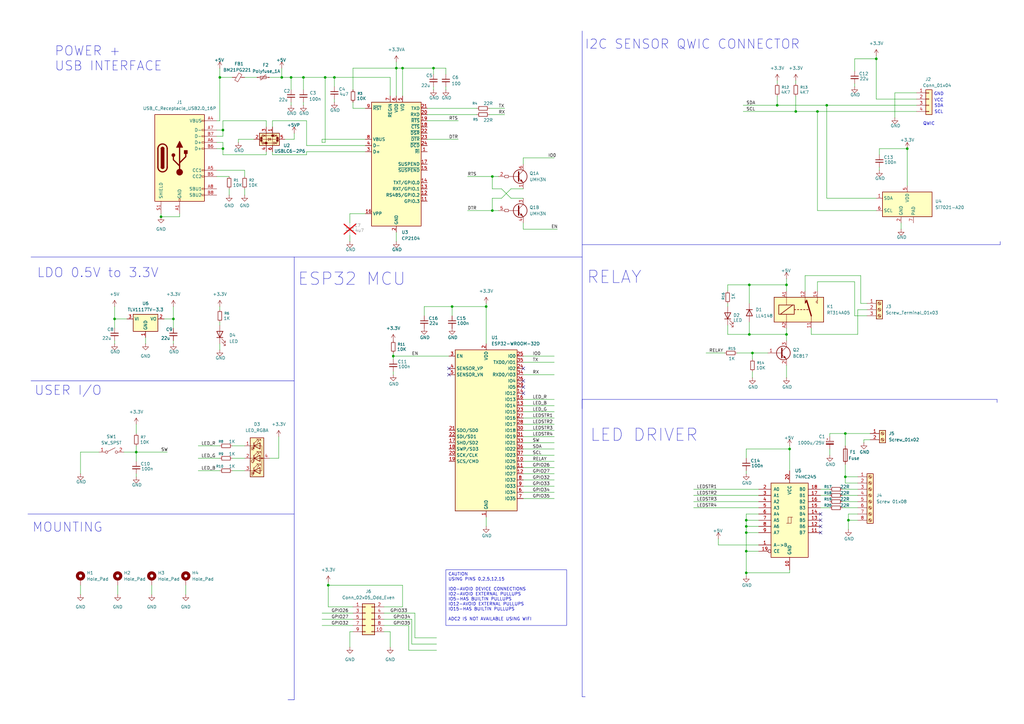
<source format=kicad_sch>
(kicad_sch (version 20250114) (generator "eeschema") (generator_version "9.0")
  (paper "A3")
  (title_block (title "ESP32 Controller by Gokul") (date "2025-05-08") (rev " 4/25"))
  (lib_symbols
    (symbol "74xx:74HC245" (pin_names (offset 1.016))
      (property "Reference" "U" (at -7.62 16.51 0))
      (property "Value" "74HC245" (at -7.62 -16.51 0))
      (symbol "74HC245_1_0"
        (pin tri_state line (at -12.7 12.7 0) (length 5.08) (name "A0") (number "2"))
        (pin tri_state line (at -12.7 10.16 0) (length 5.08) (name "A1") (number "3"))
        (pin tri_state line (at -12.7 7.62 0) (length 5.08) (name "A2") (number "4"))
        (pin tri_state line (at -12.7 5.08 0) (length 5.08) (name "A3") (number "5"))
        (pin tri_state line (at -12.7 2.54 0) (length 5.08) (name "A4") (number "6"))
        (pin tri_state line (at -12.7 0 0) (length 5.08) (name "A5") (number "7"))
        (pin tri_state line (at -12.7 -2.54 0) (length 5.08) (name "A6") (number "8"))
        (pin tri_state line (at -12.7 -5.08 0) (length 5.08) (name "A7") (number "9"))
        (pin input line (at -12.7 -10.16 0) (length 5.08) (name "A->B") (number "1"))
        (pin input inverted (at -12.7 -12.7 0) (length 5.08) (name "CE") (number "19"))
        (pin power_in line (at 0 20.32 270) (length 5.08) (name "VCC") (number "20"))
        (pin power_in line (at 0 -20.32 90) (length 5.08) (name "GND") (number "10"))
        (pin tri_state line (at 12.7 12.7 180) (length 5.08) (name "B0") (number "18"))
        (pin tri_state line (at 12.7 10.16 180) (length 5.08) (name "B1") (number "17"))
        (pin tri_state line (at 12.7 7.62 180) (length 5.08) (name "B2") (number "16"))
        (pin tri_state line (at 12.7 5.08 180) (length 5.08) (name "B3") (number "15"))
        (pin tri_state line (at 12.7 2.54 180) (length 5.08) (name "B4") (number "14"))
        (pin tri_state line (at 12.7 0 180) (length 5.08) (name "B5") (number "13"))
        (pin tri_state line (at 12.7 -2.54 180) (length 5.08) (name "B6") (number "12"))
        (pin tri_state line (at 12.7 -5.08 180) (length 5.08) (name "B7") (number "11"))
      )
    )
    (symbol "Connector:Screw_Terminal_01x02" (pin_names (offset 1.016) (hide yes))
      (property "Reference" "J" (at 0 2.54 0))
      (property "Value" "Screw_Terminal_01x02" (at 0 -5.08 0))
      (symbol "Screw_Terminal_01x02_1_1"
        (pin passive line (at -5.08 0 0) (length 3.81) (name "Pin_1") (number "1"))
        (pin passive line (at -5.08 -2.54 0) (length 3.81) (name "Pin_2") (number "2"))
      )
    )
    (symbol "Connector:Screw_Terminal_01x03" (pin_names (offset 1.016) (hide yes))
      (property "Reference" "J" (at 0 5.08 0))
      (property "Value" "Screw_Terminal_01x03" (at 0 -5.08 0))
      (symbol "Screw_Terminal_01x03_1_1"
        (pin passive line (at -5.08 2.54 0) (length 3.81) (name "Pin_1") (number "1"))
        (pin passive line (at -5.08 0 0) (length 3.81) (name "Pin_2") (number "2"))
        (pin passive line (at -5.08 -2.54 0) (length 3.81) (name "Pin_3") (number "3"))
      )
    )
    (symbol "Connector:Screw_Terminal_01x08" (pin_names (offset 1.016) (hide yes))
      (property "Reference" "J" (at 0 10.16 0))
      (property "Value" "Screw_Terminal_01x08" (at 0 -12.7 0))
      (symbol "Screw_Terminal_01x08_1_1"
        (pin passive line (at -5.08 7.62 0) (length 3.81) (name "Pin_1") (number "1"))
        (pin passive line (at -5.08 5.08 0) (length 3.81) (name "Pin_2") (number "2"))
        (pin passive line (at -5.08 2.54 0) (length 3.81) (name "Pin_3") (number "3"))
        (pin passive line (at -5.08 0 0) (length 3.81) (name "Pin_4") (number "4"))
        (pin passive line (at -5.08 -2.54 0) (length 3.81) (name "Pin_5") (number "5"))
        (pin passive line (at -5.08 -5.08 0) (length 3.81) (name "Pin_6") (number "6"))
        (pin passive line (at -5.08 -7.62 0) (length 3.81) (name "Pin_7") (number "7"))
        (pin passive line (at -5.08 -10.16 0) (length 3.81) (name "Pin_8") (number "8"))
      )
    )
    (symbol "Connector:USB_C_Receptacle_USB2.0_16P" (pin_names (offset 1.016))
      (property "Reference" "J1" (at 0 22.86 0))
      (property "Value" "USB_C_Receptacle_USB2.0_16P" (at 0 20.32 0))
      (symbol "USB_C_Receptacle_USB2.0_16P_1_1"
        (pin passive line (at -7.62 -22.86 90) (length 5.08) (name "SHIELD") (number "S1"))
        (pin passive line (at 0 -22.86 90) (length 5.08) (name "GND") (number "A1"))
        (pin passive line (at 0 -22.86 90) (length 5.08) (hide yes) (name "GND") (number "A12"))
        (pin passive line (at 0 -22.86 90) (length 5.08) (hide yes) (name "GND") (number "B1"))
        (pin passive line (at 0 -22.86 90) (length 5.08) (hide yes) (name "GND") (number "B12"))
        (pin passive line (at 15.24 15.24 180) (length 5.08) (name "VBUS") (number "A4"))
        (pin passive line (at 15.24 15.24 180) (length 5.08) (hide yes) (name "VBUS") (number "A9"))
        (pin passive line (at 15.24 15.24 180) (length 5.08) (hide yes) (name "VBUS") (number "B4"))
        (pin passive line (at 15.24 15.24 180) (length 5.08) (hide yes) (name "VBUS") (number "B9"))
        (pin bidirectional line (at 15.24 11.43 180) (length 5.08) (name "D-") (number "A7"))
        (pin bidirectional line (at 15.24 8.89 180) (length 5.08) (name "D-") (number "B7"))
        (pin bidirectional line (at 15.24 6.35 180) (length 5.08) (name "D+") (number "A6"))
        (pin bidirectional line (at 15.24 3.81 180) (length 5.08) (name "D+") (number "B6"))
        (pin bidirectional line (at 15.24 -5.08 180) (length 5.08) (name "CC1") (number "A5"))
        (pin bidirectional line (at 15.24 -7.62 180) (length 5.08) (name "CC2") (number "B5"))
        (pin bidirectional line (at 15.24 -12.7 180) (length 5.08) (name "SBU1") (number "A8"))
        (pin bidirectional line (at 15.24 -15.24 180) (length 5.08) (name "SBU2") (number "B8"))
      )
    )
    (symbol "Connector_Generic:Conn_01x04" (pin_names (offset 1.016) (hide yes))
      (property "Reference" "J" (at 0 5.08 0))
      (property "Value" "Conn_01x04" (at 0 -7.62 0))
      (symbol "Conn_01x04_1_1"
        (pin passive line (at -5.08 2.54 0) (length 3.81) (name "Pin_1") (number "1"))
        (pin passive line (at -5.08 0 0) (length 3.81) (name "Pin_2") (number "2"))
        (pin passive line (at -5.08 -2.54 0) (length 3.81) (name "Pin_3") (number "3"))
        (pin passive line (at -5.08 -5.08 0) (length 3.81) (name "Pin_4") (number "4"))
      )
    )
    (symbol "Connector_Generic:Conn_02x05_Odd_Even" (pin_names (offset 1.016) (hide yes))
      (property "Reference" "J" (at 1.27 7.62 0))
      (property "Value" "Conn_02x05_Odd_Even" (at 1.27 -7.62 0))
      (symbol "Conn_02x05_Odd_Even_1_1"
        (pin passive line (at -5.08 5.08 0) (length 3.81) (name "Pin_1") (number "1"))
        (pin passive line (at -5.08 2.54 0) (length 3.81) (name "Pin_3") (number "3"))
        (pin passive line (at -5.08 0 0) (length 3.81) (name "Pin_5") (number "5"))
        (pin passive line (at -5.08 -2.54 0) (length 3.81) (name "Pin_7") (number "7"))
        (pin passive line (at -5.08 -5.08 0) (length 3.81) (name "Pin_9") (number "9"))
        (pin passive line (at 7.62 5.08 180) (length 3.81) (name "Pin_2") (number "2"))
        (pin passive line (at 7.62 2.54 180) (length 3.81) (name "Pin_4") (number "4"))
        (pin passive line (at 7.62 0 180) (length 3.81) (name "Pin_6") (number "6"))
        (pin passive line (at 7.62 -2.54 180) (length 3.81) (name "Pin_8") (number "8"))
        (pin passive line (at 7.62 -5.08 180) (length 3.81) (name "Pin_10") (number "10"))
      )
    )
    (symbol "Device:C_Polarized_Small" (pin_numbers (hide yes)) (pin_names (offset 0.254) (hide yes))
      (property "Reference" "C" (at 0.254 1.778 0))
      (property "Value" "C_Polarized_Small" (at 0.254 -2.032 0))
      (symbol "C_Polarized_Small_1_1"
        (pin passive line (at 0 2.54 270) (length 1.8542) (name "~") (number "1"))
        (pin passive line (at 0 -2.54 90) (length 1.8542) (name "~") (number "2"))
      )
    )
    (symbol "Device:C_Small" (pin_numbers (hide yes)) (pin_names (offset 0.254) (hide yes))
      (property "Reference" "C" (at 0.254 1.778 0))
      (property "Value" "C_Small" (at 0.254 -2.032 0))
      (symbol "C_Small_1_1"
        (pin passive line (at 0 2.54 270) (length 2.032) (name "~") (number "1"))
        (pin passive line (at 0 -2.54 90) (length 2.032) (name "~") (number "2"))
      )
    )
    (symbol "Device:FerriteBead_Small" (pin_numbers (hide yes)) (pin_names (offset 0))
      (property "Reference" "FB" (at 1.905 1.27 0))
      (property "Value" "FerriteBead_Small" (at 1.905 -1.27 0))
      (symbol "FerriteBead_Small_1_1"
        (pin passive line (at 0 2.54 270) (length 1.27) (name "~") (number "1"))
        (pin passive line (at 0 -2.54 90) (length 1.27) (name "~") (number "2"))
      )
    )
    (symbol "Device:Fuse" (pin_numbers (hide yes)) (pin_names (offset 0))
      (property "Reference" "F" (at 2.032 0 90))
      (property "Value" "Fuse" (at -1.905 0 90))
      (symbol "Fuse_1_1"
        (pin passive line (at 0 3.81 270) (length 1.27) (name "~") (number "1"))
        (pin passive line (at 0 -3.81 90) (length 1.27) (name "~") (number "2"))
      )
    )
    (symbol "Device:LED" (pin_numbers (hide yes)) (pin_names (offset 1.016) (hide yes))
      (property "Reference" "D" (at 0 2.54 0))
      (property "Value" "LED" (at 0 -2.54 0))
      (symbol "LED_1_1"
        (pin passive line (at -3.81 0 0) (length 2.54) (name "K") (number "1"))
        (pin passive line (at 3.81 0 180) (length 2.54) (name "A") (number "2"))
      )
    )
    (symbol "Device:LED_RGBA" (pin_names (offset 0) (hide yes))
      (property "Reference" "D" (at 0 9.398 0))
      (property "Value" "LED_RGBA" (at 0 -8.89 0))
      (symbol "LED_RGBA_0_0"
        (text "R" (at -1.905 3.81 0) (effects (font (size 1.27 1.27))))
        (text "G" (at -1.905 -1.27 0) (effects (font (size 1.27 1.27))))
        (text "B" (at -1.905 -6.35 0) (effects (font (size 1.27 1.27))))
      )
      (symbol "LED_RGBA_1_1"
        (pin passive line (at -5.08 5.08 0) (length 2.54) (name "RK") (number "1"))
        (pin passive line (at -5.08 0 0) (length 2.54) (name "GK") (number "2"))
        (pin passive line (at -5.08 -5.08 0) (length 2.54) (name "BK") (number "3"))
        (pin passive line (at 5.08 0 180) (length 2.54) (name "A") (number "4"))
      )
    )
    (symbol "Device:Polyfuse_Small" (pin_numbers (hide yes)) (pin_names (offset 0))
      (property "Reference" "F" (at -1.905 0 90))
      (property "Value" "Polyfuse_Small" (at 1.905 0 90))
      (symbol "Polyfuse_Small_1_1"
        (pin passive line (at 0 2.54 270) (length 0.635) (name "~") (number "1"))
        (pin passive line (at 0 -2.54 90) (length 0.635) (name "~") (number "2"))
      )
    )
    (symbol "Device:R_Small" (pin_numbers (hide yes)) (pin_names (offset 0.254) (hide yes))
      (property "Reference" "R" (at 0 0 90))
      (property "Value" "R_Small" (at 1.778 0 90))
      (symbol "R_Small_1_1"
        (pin passive line (at 0 2.54 270) (length 0.762) (name "~") (number "1"))
        (pin passive line (at 0 -2.54 90) (length 0.762) (name "~") (number "2"))
      )
    )
    (symbol "Diode:LL4148" (pin_numbers (hide yes)) (pin_names (hide yes))
      (property "Reference" "D" (at 0 2.54 0))
      (property "Value" "LL4148" (at 0 -2.54 0))
      (symbol "LL4148_1_1"
        (pin passive line (at -3.81 0 0) (length 2.54) (name "K") (number "1"))
        (pin passive line (at 3.81 0 180) (length 2.54) (name "A") (number "2"))
      )
    )
    (symbol "Interface_USB:CP2104"
      (property "Reference" "U" (at -5.08 28.575 0))
      (property "Value" "CP2104" (at -5.08 26.67 0))
      (symbol "CP2104_1_1"
        (pin bidirectional line (at -12.7 22.86 0) (length 2.54) (name "~{RST}") (number "9"))
        (pin input line (at -12.7 10.16 0) (length 2.54) (name "VBUS") (number "8"))
        (pin bidirectional line (at -12.7 7.62 0) (length 2.54) (name "D-") (number "4"))
        (pin bidirectional line (at -12.7 5.08 0) (length 2.54) (name "D+") (number "3"))
        (pin passive line (at -12.7 -20.32 0) (length 2.54) (name "VPP") (number "16"))
        (pin power_in line (at -2.54 27.94 270) (length 2.54) (name "REGIN") (number "7"))
        (pin power_in line (at 0 27.94 270) (length 2.54) (name "VDD") (number "6"))
        (pin power_in line (at 0 -27.94 90) (length 2.54) (name "GND") (number "2"))
        (pin passive line (at 0 -27.94 90) (length 2.54) (hide yes) (name "GND") (number "25"))
        (pin power_in line (at 2.54 27.94 270) (length 2.54) (name "VIO") (number "5"))
        (pin no_connect line (at 10.16 -20.32 180) (length 2.54) (hide yes) (name "NC") (number "10"))
        (pin output line (at 12.7 22.86 180) (length 2.54) (name "TXD") (number "21"))
        (pin input line (at 12.7 20.32 180) (length 2.54) (name "RXD") (number "20"))
        (pin output line (at 12.7 17.78 180) (length 2.54) (name "~{RTS}") (number "19"))
        (pin input line (at 12.7 15.24 180) (length 2.54) (name "~{CTS}") (number "18"))
        (pin input line (at 12.7 12.7 180) (length 2.54) (name "~{DSR}") (number "22"))
        (pin output line (at 12.7 10.16 180) (length 2.54) (name "~{DTR}") (number "23"))
        (pin input line (at 12.7 7.62 180) (length 2.54) (name "~{DCD}") (number "24"))
        (pin input line (at 12.7 5.08 180) (length 2.54) (name "~{RI}") (number "1"))
        (pin output line (at 12.7 0 180) (length 2.54) (name "SUSPEND") (number "17"))
        (pin output line (at 12.7 -2.54 180) (length 2.54) (name "~{SUSPEND}") (number "15"))
        (pin bidirectional line (at 12.7 -7.62 180) (length 2.54) (name "TXT/GPIO.0") (number "14"))
        (pin bidirectional line (at 12.7 -10.16 180) (length 2.54) (name "RXT/GPIO.1") (number "13"))
        (pin bidirectional line (at 12.7 -12.7 180) (length 2.54) (name "RS485/GPIO.2") (number "12"))
        (pin bidirectional line (at 12.7 -15.24 180) (length 2.54) (name "GPIO.3") (number "11"))
      )
    )
    (symbol "Mechanical:MountingHole_Pad" (pin_numbers (hide yes)) (pin_names (offset 1.016) (hide yes)) (in_bom no)
      (property "Reference" "H" (at 0 6.35 0))
      (property "Value" "MountingHole_Pad" (at 0 4.445 0))
      (symbol "MountingHole_Pad_1_1"
        (pin input line (at 0 -2.54 90) (length 2.54) (name "1") (number "1"))
      )
    )
    (symbol "Power_Protection:USBLC6-2P6" (pin_names (hide yes))
      (property "Reference" "U" (at 0.635 5.715 0))
      (property "Value" "USBLC6-2P6" (at 0.635 3.81 0))
      (symbol "USBLC6-2P6_1_1"
        (pin passive line (at -5.08 0 0) (length 2.54) (name "I/O1") (number "1"))
        (pin passive line (at -5.08 -2.54 0) (length 2.54) (name "I/O2") (number "3"))
        (pin passive line (at 0 5.08 270) (length 2.54) (name "VBUS") (number "5"))
        (pin passive line (at 0 -7.62 90) (length 2.54) (name "GND") (number "2"))
        (pin passive line (at 5.08 0 180) (length 2.54) (name "I/O1") (number "6"))
        (pin passive line (at 5.08 -2.54 180) (length 2.54) (name "I/O2") (number "4"))
      )
    )
    (symbol "RF_Module:ESP32-WROOM-32D"
      (property "Reference" "U" (at -12.7 34.29 0))
      (property "Value" "ESP32-WROOM-32D" (at 1.27 34.29 0))
      (symbol "ESP32-WROOM-32D_1_1"
        (pin input line (at -15.24 30.48 0) (length 2.54) (name "EN") (number "3"))
        (pin input line (at -15.24 25.4 0) (length 2.54) (name "SENSOR_VP") (number "4"))
        (pin input line (at -15.24 22.86 0) (length 2.54) (name "SENSOR_VN") (number "5"))
        (pin bidirectional line (at -15.24 0 0) (length 2.54) (name "SDO/SD0") (number "21"))
        (pin bidirectional line (at -15.24 -2.54 0) (length 2.54) (name "SDI/SD1") (number "22"))
        (pin bidirectional line (at -15.24 -5.08 0) (length 2.54) (name "SHD/SD2") (number "17"))
        (pin bidirectional line (at -15.24 -7.62 0) (length 2.54) (name "SWP/SD3") (number "18"))
        (pin bidirectional line (at -15.24 -10.16 0) (length 2.54) (name "SCK/CLK") (number "20"))
        (pin bidirectional line (at -15.24 -12.7 0) (length 2.54) (name "SCS/CMD") (number "19"))
        (pin no_connect line (at -12.7 -27.94 0) (length 2.54) (hide yes) (name "NC") (number "32"))
        (pin power_in line (at 0 35.56 270) (length 2.54) (name "VDD") (number "2"))
        (pin power_in line (at 0 -35.56 90) (length 2.54) (name "GND") (number "1"))
        (pin passive line (at 0 -35.56 90) (length 2.54) (hide yes) (name "GND") (number "15"))
        (pin passive line (at 0 -35.56 90) (length 2.54) (hide yes) (name "GND") (number "38"))
        (pin passive line (at 0 -35.56 90) (length 2.54) (hide yes) (name "GND") (number "39"))
        (pin bidirectional line (at 15.24 30.48 180) (length 2.54) (name "IO0") (number "25"))
        (pin bidirectional line (at 15.24 27.94 180) (length 2.54) (name "TXD0/IO1") (number "35"))
        (pin bidirectional line (at 15.24 25.4 180) (length 2.54) (name "IO2") (number "24"))
        (pin bidirectional line (at 15.24 22.86 180) (length 2.54) (name "RXD0/IO3") (number "34"))
        (pin bidirectional line (at 15.24 20.32 180) (length 2.54) (name "IO4") (number "26"))
        (pin bidirectional line (at 15.24 17.78 180) (length 2.54) (name "IO5") (number "29"))
        (pin bidirectional line (at 15.24 15.24 180) (length 2.54) (name "IO12") (number "14"))
        (pin bidirectional line (at 15.24 12.7 180) (length 2.54) (name "IO13") (number "16"))
        (pin bidirectional line (at 15.24 10.16 180) (length 2.54) (name "IO14") (number "13"))
        (pin bidirectional line (at 15.24 7.62 180) (length 2.54) (name "IO15") (number "23"))
        (pin bidirectional line (at 15.24 5.08 180) (length 2.54) (name "IO16") (number "27"))
        (pin bidirectional line (at 15.24 2.54 180) (length 2.54) (name "IO17") (number "28"))
        (pin bidirectional line (at 15.24 0 180) (length 2.54) (name "IO18") (number "30"))
        (pin bidirectional line (at 15.24 -2.54 180) (length 2.54) (name "IO19") (number "31"))
        (pin bidirectional line (at 15.24 -5.08 180) (length 2.54) (name "IO21") (number "33"))
        (pin bidirectional line (at 15.24 -7.62 180) (length 2.54) (name "IO22") (number "36"))
        (pin bidirectional line (at 15.24 -10.16 180) (length 2.54) (name "IO23") (number "37"))
        (pin bidirectional line (at 15.24 -12.7 180) (length 2.54) (name "IO25") (number "10"))
        (pin bidirectional line (at 15.24 -15.24 180) (length 2.54) (name "IO26") (number "11"))
        (pin bidirectional line (at 15.24 -17.78 180) (length 2.54) (name "IO27") (number "12"))
        (pin bidirectional line (at 15.24 -20.32 180) (length 2.54) (name "IO32") (number "8"))
        (pin bidirectional line (at 15.24 -22.86 180) (length 2.54) (name "IO33") (number "9"))
        (pin input line (at 15.24 -25.4 180) (length 2.54) (name "IO34") (number "6"))
        (pin input line (at 15.24 -27.94 180) (length 2.54) (name "IO35") (number "7"))
      )
    )
    (symbol "Regulator_Linear:LM1117MP-3.3"
      (property "Reference" "U" (at -3.81 3.175 0))
      (property "Value" "LM1117MP-3.3" (at 0 3.175 0))
      (symbol "LM1117MP-3.3_1_1"
        (pin power_in line (at -7.62 0 0) (length 2.54) (name "VI") (number "3"))
        (pin power_in line (at 0 -7.62 90) (length 2.54) (name "GND") (number "1"))
        (pin power_out line (at 7.62 0 180) (length 2.54) (name "VO") (number "2"))
      )
    )
    (symbol "Relay:RT314A05"
      (property "Reference" "K" (at 11.43 3.81 0))
      (property "Value" "RT314A05" (at 11.43 1.27 0))
      (symbol "RT314A05_1_1"
        (pin passive line (at -5.08 7.62 270) (length 2.54) (name "~") (number "A1"))
        (pin passive line (at -5.08 -7.62 90) (length 2.54) (name "~") (number "A2"))
        (pin passive line (at 2.54 7.62 270) (length 2.54) (name "~") (number "12"))
        (pin passive line (at 5.08 -7.62 90) (length 2.54) (name "~") (number "11"))
        (pin passive line (at 7.62 7.62 270) (length 2.54) (name "~") (number "14"))
      )
    )
    (symbol "Sensor_Humidity:Si7021-A20"
      (property "Reference" "U" (at -5.08 7.62 0))
      (property "Value" "Si7021-A20" (at -10.16 10.16 0))
      (symbol "Si7021-A20_1_1"
        (pin bidirectional line (at -12.7 2.54 0) (length 2.54) (name "SDA") (number "1"))
        (pin input line (at -12.7 -2.54 0) (length 2.54) (name "SCL") (number "6"))
        (pin power_in line (at -2.54 -7.62 90) (length 2.54) (name "GND") (number "2"))
        (pin power_in line (at 0 7.62 270) (length 2.54) (name "VDD") (number "5"))
        (pin passive line (at 2.54 -7.62 90) (length 2.54) (name "PAD") (number "7"))
        (pin no_connect line (at 10.16 2.54 180) (length 2.54) (hide yes) (name "NC") (number "3"))
        (pin no_connect line (at 10.16 -2.54 180) (length 2.54) (hide yes) (name "NC") (number "4"))
      )
    )
    (symbol "Switch:SW_SPST" (pin_names (offset 0) (hide yes))
      (property "Reference" "SW" (at 0 3.175 0))
      (property "Value" "SW_SPST" (at 0 -2.54 0))
      (symbol "SW_SPST_1_1"
        (pin passive line (at -5.08 0 0) (length 2.54) (name "A") (number "1"))
        (pin passive line (at 5.08 0 180) (length 2.54) (name "B") (number "2"))
      )
    )
    (symbol "Transistor_BJT:BC817" (pin_names (offset 0) (hide yes))
      (property "Reference" "Q" (at 5.08 1.905 0))
      (property "Value" "BC817" (at 5.08 0 0))
      (symbol "BC817_1_1"
        (pin input line (at -5.08 0 0) (length 2.54) (name "B") (number "1"))
        (pin passive line (at 2.54 5.08 270) (length 2.54) (name "C") (number "3"))
        (pin passive line (at 2.54 -5.08 90) (length 2.54) (name "E") (number "2"))
      )
    )
    (symbol "Transistor_BJT:UMH3N" (pin_names (hide yes))
      (property "Reference" "Q" (at 7.62 1.27 0))
      (property "Value" "UMH3N" (at 7.62 -1.27 0))
      (symbol "UMH3N_1_1"
        (pin input line (at -8.89 0 0) (length 2.54) (name "B1") (number "2"))
        (pin passive line (at 1.27 5.08 270) (length 2.54) (name "C1") (number "6"))
        (pin passive line (at 1.27 -5.08 90) (length 2.54) (name "E1") (number "1"))
      )
      (symbol "UMH3N_2_1"
        (pin input line (at -8.89 0 0) (length 2.54) (name "B2") (number "5"))
        (pin passive line (at 1.27 5.08 270) (length 2.54) (name "C2") (number "3"))
        (pin passive line (at 1.27 -5.08 90) (length 2.54) (name "E2") (number "4"))
      )
    )
    (symbol "power:+3.3V" (power) (pin_numbers (hide yes)) (pin_names (offset 0) (hide yes))
      (property "Value" "+3.3V" (at 0 3.556 0))
      (symbol "+3.3V_1_1"
        (pin power_in line (at 0 0 90) (length 0) (name "~") (number "1"))
      )
    )
    (symbol "power:+3.3VA" (power) (pin_numbers (hide yes)) (pin_names (offset 0) (hide yes))
      (property "Value" "+3.3VA" (at 0 3.556 0))
      (symbol "+3.3VA_1_1"
        (pin power_in line (at 0 0 90) (length 0) (name "~") (number "1"))
      )
    )
    (symbol "power:+5V" (power) (pin_numbers (hide yes)) (pin_names (offset 0) (hide yes))
      (property "Value" "+5V" (at 0 3.556 0))
      (symbol "+5V_1_1"
        (pin power_in line (at 0 0 90) (length 0) (name "~") (number "1"))
      )
    )
    (symbol "power:+5VP" (power) (pin_numbers (hide yes)) (pin_names (offset 0) (hide yes))
      (property "Value" "+5VP" (at 0 3.556 0))
      (symbol "+5VP_1_1"
        (pin power_in line (at 0 0 90) (length 0) (name "~") (number "1"))
      )
    )
    (symbol "power:GND" (power) (pin_numbers (hide yes)) (pin_names (offset 0) (hide yes))
      (property "Value" "GND" (at 0 -3.81 0))
      (symbol "GND_1_1"
        (pin power_in line (at 0 0 270) (length 0) (name "~") (number "1"))
      )
    )
  )
  (text "POWER +\nUSB INTERFACE" (at 22.352 24.13 0) (effects (font (size 3.81 3.81)) (justify left)))
  (text "LED DRIVER" (at 264.16 178.562 0) (effects (font (size 5.08 5.08))))
  (text "GND" (at 385.064 38.608 0) (effects (font (size 1.27 1.27))))
  (text "LDO 0.5V to 3.3V" (at 40.132 112.014 0) (effects (font (size 3.81 3.81))))
  (text "MOUNTING" (at 27.686 216.408 0) (effects (font (size 3.81 3.81))))
  (text "USER I/O" (at 27.94 160.274 0) (effects (font (size 3.81 3.81))))
  (text "VCC\n" (at 385.064 41.148 0) (effects (font (size 1.27 1.27))))
  (text "I2C SENSOR QWIC CONNECTOR" (at 283.972 18.288 0) (effects (font (size 3.81 3.81))))
  (text "ESP32 MCU" (at 144.272 114.554 0) (effects (font (size 5.08 5.08))))
  (text "SDA\n" (at 385.064 43.434 0) (effects (font (size 1.27 1.27))))
  (text "QWIC" (at 381 50.8 0) (effects (font (size 1.27 1.27))))
  (text "SCL" (at 385.064 45.974 0) (effects (font (size 1.27 1.27))))
  (text "RELAY" (at 251.968 113.792 0) (effects (font (size 5.08 5.08))))
  (text_box "CAUTION\nUSING PINS 0,2,5,12,15\n\nIO0-AVOID DEVICE CONNECTIONS\nIO2-AVOID EXTERNAL PULLUPS\nIO5-HAS BUILTIN PULLUPS\nIO12-AVOID EXTERNAL PULLUPS\nIO15-HAS BUILTIN PULLUPS\n\nADC2 IS NOT AVAILABLE USING WIFI" (at 182.88 233.68 0) (size 49.53 22.86) (margins 0.9525 0.9525 0.9525 0.9525) (effects (font (size 1.27 1.27)) (justify left top)))
  (junction (at 177.8 27.94))
  (junction (at 322.58 137.16))
  (junction (at 323.85 184.15))
  (junction (at 115.57 31.75))
  (junction (at 90.17 31.75))
  (junction (at 372.11 60.96))
  (junction (at 308.61 144.78))
  (junction (at 201.93 72.39))
  (junction (at 322.58 116.84))
  (junction (at 137.16 31.75))
  (junction (at 306.07 226.06))
  (junction (at 71.12 130.81))
  (junction (at 306.07 213.36))
  (junction (at 124.46 31.75))
  (junction (at 318.77 43.18))
  (junction (at 133.35 31.75))
  (junction (at 162.56 27.94))
  (junction (at 199.39 125.73))
  (junction (at 119.38 31.75))
  (junction (at 161.29 146.05))
  (junction (at 339.09 43.18))
  (junction (at 307.34 137.16))
  (junction (at 165.1 27.94))
  (junction (at 307.34 116.84))
  (junction (at 306.07 234.95))
  (junction (at 326.39 45.72))
  (junction (at 335.28 45.72))
  (junction (at 306.07 218.44))
  (junction (at 66.04 88.9))
  (junction (at 91.44 53.34))
  (junction (at 359.41 24.13))
  (junction (at 201.93 86.36))
  (junction (at 346.71 195.58))
  (junction (at 306.07 215.9))
  (junction (at 134.62 240.03))
  (junction (at 347.98 213.36))
  (junction (at 346.71 177.8))
  (junction (at 55.88 185.42))
  (junction (at 46.99 130.81))
  (junction (at 91.44 60.96))
  (junction (at 185.42 125.73))
  (no_connect (at 214.63 151.13))
  (no_connect (at 214.63 156.21))
  (no_connect (at 336.55 218.44))
  (no_connect (at 184.15 153.67))
  (no_connect (at 214.63 161.29))
  (no_connect (at 214.63 158.75))
  (no_connect (at 336.55 215.9))
  (no_connect (at 184.15 151.13))
  (no_connect (at 336.55 210.82))
  (no_connect (at 336.55 213.36))
  (wire (pts (xy 157.48 259.08) (xy 160.02 259.08)))
  (wire (pts (xy 90.17 31.75) (xy 90.17 49.53)))
  (wire (pts (xy 298.45 133.35) (xy 298.45 137.16)))
  (wire (pts (xy 201.93 86.36) (xy 204.47 86.36)))
  (wire (pts (xy 284.48 200.66) (xy 311.15 200.66)))
  (wire (pts (xy 323.85 184.15) (xy 323.85 193.04)))
  (wire (pts (xy 55.88 194.31) (xy 55.88 195.58)))
  (wire (pts (xy 284.48 203.2) (xy 311.15 203.2)))
  (wire (pts (xy 350.52 129.54) (xy 355.6 129.54)))
  (wire (pts (xy 304.8 43.18) (xy 318.77 43.18)))
  (wire (pts (xy 133.35 31.75) (xy 133.35 58.42)))
  (wire (pts (xy 111.76 49.53) (xy 125.73 49.53)))
  (wire (pts (xy 339.09 43.18) (xy 375.92 43.18)))
  (wire (pts (xy 90.17 140.97) (xy 90.17 143.51)))
  (wire (pts (xy 306.07 193.04) (xy 306.07 194.31)))
  (wire (pts (xy 144.78 44.45) (xy 149.86 44.45)))
  (wire (pts (xy 120.65 57.15) (xy 120.65 54.61)))
  (wire (pts (xy 308.61 144.78) (xy 308.61 147.32)))
  (wire (pts (xy 359.41 86.36) (xy 335.28 86.36)))
  (wire (pts (xy 33.02 185.42) (xy 33.02 194.31)))
  (wire (pts (xy 199.39 212.09) (xy 199.39 215.9)))
  (wire (pts (xy 182.88 30.48) (xy 182.88 27.94)))
  (wire (pts (xy 157.48 248.92) (xy 165.1 248.92)))
  (wire (pts (xy 168.91 254) (xy 157.48 254)))
  (wire (pts (xy 167.64 256.54) (xy 157.48 256.54)))
  (wire (pts (xy 88.9 55.88) (xy 91.44 55.88)))
  (wire (pts (xy 165.1 240.03) (xy 134.62 240.03)))
  (wire (pts (xy 46.99 134.62) (xy 46.99 130.81)))
  (wire (pts (xy 340.36 184.15) (xy 340.36 186.69)))
  (wire (pts (xy 306.07 210.82) (xy 306.07 213.36)))
  (wire (pts (xy 298.45 124.46) (xy 298.45 125.73)))
  (wire (pts (xy 375.92 40.64) (xy 359.41 40.64)))
  (wire (pts (xy 214.63 179.07) (xy 227.33 179.07)))
  (polyline (pts (xy 410.21 99.06) (xy 410.21 100.33)))
  (wire (pts (xy 214.63 168.91) (xy 227.33 168.91)))
  (wire (pts (xy 95.25 187.96) (xy 100.33 187.96)))
  (wire (pts (xy 307.34 137.16) (xy 322.58 137.16)))
  (wire (pts (xy 185.42 129.54) (xy 185.42 125.73)))
  (wire (pts (xy 125.73 62.23) (xy 149.86 62.23)))
  (wire (pts (xy 90.17 49.53) (xy 88.9 49.53)))
  (wire (pts (xy 201.93 81.28) (xy 201.93 86.36)))
  (wire (pts (xy 165.1 27.94) (xy 177.8 27.94)))
  (wire (pts (xy 201.93 81.28) (xy 205.74 81.28)))
  (wire (pts (xy 214.63 186.69) (xy 227.33 186.69)))
  (wire (pts (xy 326.39 39.37) (xy 326.39 45.72)))
  (wire (pts (xy 143.51 265.43) (xy 143.51 259.08)))
  (wire (pts (xy 302.26 144.78) (xy 308.61 144.78)))
  (wire (pts (xy 71.12 125.73) (xy 71.12 130.81)))
  (wire (pts (xy 209.55 77.47) (xy 214.63 77.47)))
  (wire (pts (xy 95.25 182.88) (xy 100.33 182.88)))
  (wire (pts (xy 114.3 187.96) (xy 114.3 179.07)))
  (wire (pts (xy 143.51 259.08) (xy 144.78 259.08)))
  (wire (pts (xy 160.02 39.37) (xy 160.02 31.75)))
  (wire (pts (xy 55.88 185.42) (xy 55.88 189.23)))
  (wire (pts (xy 111.76 63.5) (xy 125.73 63.5)))
  (wire (pts (xy 209.55 81.28) (xy 205.74 77.47)))
  (wire (pts (xy 323.85 234.95) (xy 306.07 234.95)))
  (wire (pts (xy 162.56 95.25) (xy 162.56 99.06)))
  (wire (pts (xy 143.51 87.63) (xy 143.51 91.44)))
  (wire (pts (xy 214.63 91.44) (xy 214.63 93.98)))
  (wire (pts (xy 214.63 176.53) (xy 227.33 176.53)))
  (wire (pts (xy 199.39 125.73) (xy 199.39 140.97)))
  (wire (pts (xy 214.63 148.59) (xy 227.33 148.59)))
  (wire (pts (xy 346.71 190.5) (xy 346.71 195.58)))
  (wire (pts (xy 132.08 58.42) (xy 132.08 57.15)))
  (wire (pts (xy 90.17 27.94) (xy 90.17 31.75)))
  (wire (pts (xy 81.28 187.96) (xy 90.17 187.96)))
  (polyline (pts (xy 238.76 12.7) (xy 238.76 285.75)))
  (wire (pts (xy 33.02 240.03) (xy 33.02 243.84)))
  (wire (pts (xy 137.16 40.64) (xy 137.16 41.91)))
  (wire (pts (xy 165.1 39.37) (xy 165.1 27.94)))
  (wire (pts (xy 46.99 139.7) (xy 46.99 140.97)))
  (wire (pts (xy 214.63 199.39) (xy 227.33 199.39)))
  (wire (pts (xy 111.76 62.23) (xy 111.76 63.5)))
  (wire (pts (xy 214.63 153.67) (xy 227.33 153.67)))
  (wire (pts (xy 306.07 187.96) (xy 306.07 184.15)))
  (wire (pts (xy 46.99 130.81) (xy 52.07 130.81)))
  (wire (pts (xy 62.23 240.03) (xy 62.23 243.84)))
  (wire (pts (xy 76.2 240.03) (xy 76.2 243.84)))
  (wire (pts (xy 311.15 210.82) (xy 306.07 210.82)))
  (wire (pts (xy 322.58 114.3) (xy 322.58 116.84)))
  (wire (pts (xy 125.73 59.69) (xy 149.86 59.69)))
  (wire (pts (xy 73.66 88.9) (xy 66.04 88.9)))
  (wire (pts (xy 306.07 236.22) (xy 306.07 234.95)))
  (wire (pts (xy 335.28 119.38) (xy 335.28 115.57)))
  (wire (pts (xy 314.96 144.78) (xy 308.61 144.78)))
  (wire (pts (xy 90.17 31.75) (xy 95.25 31.75)))
  (wire (pts (xy 339.09 43.18) (xy 339.09 81.28)))
  (wire (pts (xy 168.91 264.16) (xy 179.07 264.16)))
  (wire (pts (xy 167.64 266.7) (xy 179.07 266.7)))
  (wire (pts (xy 347.98 213.36) (xy 351.79 213.36)))
  (wire (pts (xy 306.07 218.44) (xy 311.15 218.44)))
  (wire (pts (xy 214.63 67.31) (xy 214.63 64.77)))
  (wire (pts (xy 90.17 125.73) (xy 90.17 127)))
  (wire (pts (xy 175.26 57.15) (xy 187.96 57.15)))
  (wire (pts (xy 284.48 205.74) (xy 311.15 205.74)))
  (polyline (pts (xy 238.76 100.33) (xy 410.21 100.33)))
  (wire (pts (xy 124.46 31.75) (xy 133.35 31.75)))
  (wire (pts (xy 335.28 45.72) (xy 335.28 86.36)))
  (wire (pts (xy 360.68 68.58) (xy 360.68 69.85)))
  (wire (pts (xy 330.2 113.03) (xy 353.06 113.03)))
  (wire (pts (xy 306.07 215.9) (xy 306.07 218.44)))
  (wire (pts (xy 88.9 58.42) (xy 91.44 58.42)))
  (wire (pts (xy 124.46 36.83) (xy 124.46 31.75)))
  (wire (pts (xy 351.79 210.82) (xy 347.98 210.82)))
  (wire (pts (xy 330.2 119.38) (xy 330.2 113.03)))
  (wire (pts (xy 132.08 254) (xy 144.78 254)))
  (wire (pts (xy 214.63 166.37) (xy 227.33 166.37)))
  (wire (pts (xy 284.48 208.28) (xy 311.15 208.28)))
  (wire (pts (xy 93.98 77.47) (xy 93.98 80.01)))
  (polyline (pts (xy 11.43 210.82) (xy 120.65 210.82)))
  (wire (pts (xy 46.99 125.73) (xy 46.99 130.81)))
  (wire (pts (xy 91.44 63.5) (xy 91.44 60.96)))
  (wire (pts (xy 304.8 45.72) (xy 326.39 45.72)))
  (wire (pts (xy 97.79 57.15) (xy 104.14 57.15)))
  (wire (pts (xy 307.34 116.84) (xy 322.58 116.84)))
  (polyline (pts (xy 12.7 105.41) (xy 238.76 105.41)))
  (wire (pts (xy 162.56 27.94) (xy 162.56 39.37)))
  (wire (pts (xy 307.34 132.08) (xy 307.34 137.16)))
  (wire (pts (xy 351.79 137.16) (xy 351.79 127)))
  (wire (pts (xy 88.9 72.39) (xy 93.98 72.39)))
  (wire (pts (xy 209.55 81.28) (xy 214.63 81.28)))
  (wire (pts (xy 50.8 185.42) (xy 55.88 185.42)))
  (wire (pts (xy 170.18 261.62) (xy 170.18 251.46)))
  (wire (pts (xy 340.36 179.07) (xy 340.36 177.8)))
  (wire (pts (xy 67.31 130.81) (xy 71.12 130.81)))
  (wire (pts (xy 88.9 60.96) (xy 91.44 60.96)))
  (wire (pts (xy 175.26 46.99) (xy 195.58 46.99)))
  (wire (pts (xy 177.8 27.94) (xy 177.8 30.48)))
  (wire (pts (xy 100.33 69.85) (xy 100.33 72.39)))
  (wire (pts (xy 100.33 77.47) (xy 100.33 80.01)))
  (wire (pts (xy 322.58 134.62) (xy 322.58 137.16)))
  (wire (pts (xy 360.68 63.5) (xy 360.68 60.96)))
  (wire (pts (xy 48.26 240.03) (xy 48.26 243.84)))
  (wire (pts (xy 119.38 41.91) (xy 119.38 43.18)))
  (wire (pts (xy 66.04 87.63) (xy 66.04 88.9)))
  (wire (pts (xy 100.33 31.75) (xy 105.41 31.75)))
  (wire (pts (xy 91.44 49.53) (xy 91.44 53.34)))
  (wire (pts (xy 289.56 144.78) (xy 297.18 144.78)))
  (wire (pts (xy 347.98 213.36) (xy 347.98 217.17)))
  (wire (pts (xy 214.63 146.05) (xy 227.33 146.05)))
  (wire (pts (xy 88.9 69.85) (xy 100.33 69.85)))
  (wire (pts (xy 298.45 116.84) (xy 307.34 116.84)))
  (wire (pts (xy 306.07 226.06) (xy 311.15 226.06)))
  (wire (pts (xy 110.49 31.75) (xy 115.57 31.75)))
  (wire (pts (xy 367.03 38.1) (xy 367.03 48.26)))
  (wire (pts (xy 81.28 182.88) (xy 90.17 182.88)))
  (wire (pts (xy 71.12 130.81) (xy 71.12 134.62)))
  (wire (pts (xy 332.74 137.16) (xy 351.79 137.16)))
  (wire (pts (xy 124.46 41.91) (xy 124.46 43.18)))
  (wire (pts (xy 214.63 191.77) (xy 227.33 191.77)))
  (wire (pts (xy 55.88 182.88) (xy 55.88 185.42)))
  (wire (pts (xy 360.68 60.96) (xy 372.11 60.96)))
  (polyline (pts (xy 12.7 156.21) (xy 120.65 156.21)))
  (wire (pts (xy 335.28 115.57) (xy 350.52 115.57)))
  (wire (pts (xy 214.63 173.99) (xy 227.33 173.99)))
  (wire (pts (xy 306.07 215.9) (xy 311.15 215.9)))
  (wire (pts (xy 369.57 91.44) (xy 369.57 93.98)))
  (wire (pts (xy 91.44 55.88) (xy 91.44 53.34)))
  (wire (pts (xy 359.41 81.28) (xy 339.09 81.28)))
  (wire (pts (xy 214.63 196.85) (xy 227.33 196.85)))
  (wire (pts (xy 214.63 93.98) (xy 228.6 93.98)))
  (wire (pts (xy 81.28 193.04) (xy 90.17 193.04)))
  (wire (pts (xy 336.55 203.2) (xy 340.36 203.2)))
  (wire (pts (xy 345.44 208.28) (xy 351.79 208.28)))
  (wire (pts (xy 214.63 171.45) (xy 227.33 171.45)))
  (wire (pts (xy 133.35 31.75) (xy 137.16 31.75)))
  (wire (pts (xy 173.99 125.73) (xy 185.42 125.73)))
  (wire (pts (xy 345.44 205.74) (xy 351.79 205.74)))
  (wire (pts (xy 182.88 35.56) (xy 182.88 36.83)))
  (wire (pts (xy 201.93 77.47) (xy 205.74 77.47)))
  (wire (pts (xy 351.79 127) (xy 355.6 127)))
  (wire (pts (xy 115.57 31.75) (xy 119.38 31.75)))
  (wire (pts (xy 336.55 208.28) (xy 340.36 208.28)))
  (polyline (pts (xy 238.76 163.83) (xy 408.94 163.83)))
  (wire (pts (xy 323.85 182.88) (xy 323.85 184.15)))
  (wire (pts (xy 354.33 181.61) (xy 354.33 180.34)))
  (wire (pts (xy 322.58 149.86) (xy 322.58 154.94)))
  (wire (pts (xy 298.45 137.16) (xy 307.34 137.16)))
  (wire (pts (xy 318.77 39.37) (xy 318.77 43.18)))
  (wire (pts (xy 214.63 189.23) (xy 227.33 189.23)))
  (wire (pts (xy 311.15 223.52) (xy 294.64 223.52)))
  (wire (pts (xy 323.85 233.68) (xy 323.85 234.95)))
  (wire (pts (xy 375.92 38.1) (xy 367.03 38.1)))
  (wire (pts (xy 350.52 34.29) (xy 350.52 35.56)))
  (wire (pts (xy 175.26 49.53) (xy 187.96 49.53)))
  (wire (pts (xy 200.66 46.99) (xy 207.01 46.99)))
  (wire (pts (xy 161.29 146.05) (xy 161.29 147.32)))
  (wire (pts (xy 91.44 60.96) (xy 91.44 58.42)))
  (wire (pts (xy 200.66 44.45) (xy 207.01 44.45)))
  (wire (pts (xy 144.78 248.92) (xy 134.62 248.92)))
  (wire (pts (xy 322.58 116.84) (xy 322.58 119.38)))
  (wire (pts (xy 214.63 163.83) (xy 227.33 163.83)))
  (wire (pts (xy 133.35 58.42) (xy 132.08 58.42)))
  (wire (pts (xy 109.22 63.5) (xy 91.44 63.5)))
  (wire (pts (xy 322.58 137.16) (xy 322.58 139.7)))
  (wire (pts (xy 214.63 201.93) (xy 227.33 201.93)))
  (polyline (pts (xy 238.76 167.64) (xy 238.76 163.83)))
  (wire (pts (xy 55.88 185.42) (xy 68.58 185.42)))
  (wire (pts (xy 165.1 248.92) (xy 165.1 240.03)))
  (wire (pts (xy 168.91 264.16) (xy 168.91 254)))
  (wire (pts (xy 318.77 43.18) (xy 339.09 43.18)))
  (wire (pts (xy 170.18 251.46) (xy 157.48 251.46)))
  (wire (pts (xy 340.36 177.8) (xy 346.71 177.8)))
  (wire (pts (xy 111.76 52.07) (xy 111.76 49.53)))
  (wire (pts (xy 350.52 29.21) (xy 350.52 24.13)))
  (wire (pts (xy 161.29 144.78) (xy 161.29 146.05)))
  (wire (pts (xy 109.22 49.53) (xy 91.44 49.53)))
  (wire (pts (xy 90.17 132.08) (xy 90.17 133.35)))
  (wire (pts (xy 346.71 195.58) (xy 351.79 195.58)))
  (wire (pts (xy 306.07 234.95) (xy 306.07 226.06)))
  (wire (pts (xy 214.63 64.77) (xy 227.33 64.77)))
  (wire (pts (xy 214.63 184.15) (xy 227.33 184.15)))
  (polyline (pts (xy 118.11 287.02) (xy 120.65 287.02)))
  (wire (pts (xy 318.77 33.02) (xy 318.77 34.29)))
  (polyline (pts (xy 120.65 105.41) (xy 120.65 287.02)))
  (wire (pts (xy 351.79 198.12) (xy 346.71 198.12)))
  (wire (pts (xy 182.88 27.94) (xy 177.8 27.94)))
  (wire (pts (xy 59.69 138.43) (xy 59.69 140.97)))
  (wire (pts (xy 144.78 36.83) (xy 144.78 27.94)))
  (wire (pts (xy 298.45 119.38) (xy 298.45 116.84)))
  (wire (pts (xy 134.62 238.76) (xy 134.62 240.03)))
  (wire (pts (xy 137.16 31.75) (xy 137.16 35.56)))
  (wire (pts (xy 55.88 173.99) (xy 55.88 177.8)))
  (wire (pts (xy 345.44 200.66) (xy 351.79 200.66)))
  (wire (pts (xy 143.51 87.63) (xy 149.86 87.63)))
  (wire (pts (xy 214.63 194.31) (xy 227.33 194.31)))
  (wire (pts (xy 372.11 60.96) (xy 372.11 76.2)))
  (wire (pts (xy 132.08 251.46) (xy 144.78 251.46)))
  (wire (pts (xy 73.66 87.63) (xy 73.66 88.9)))
  (wire (pts (xy 306.07 213.36) (xy 306.07 215.9)))
  (wire (pts (xy 214.63 204.47) (xy 227.33 204.47)))
  (wire (pts (xy 294.64 223.52) (xy 294.64 220.98)))
  (wire (pts (xy 199.39 124.46) (xy 199.39 125.73)))
  (wire (pts (xy 132.08 57.15) (xy 149.86 57.15)))
  (wire (pts (xy 191.77 86.36) (xy 201.93 86.36)))
  (wire (pts (xy 173.99 129.54) (xy 173.99 125.73)))
  (wire (pts (xy 144.78 27.94) (xy 162.56 27.94)))
  (wire (pts (xy 201.93 72.39) (xy 201.93 77.47)))
  (wire (pts (xy 175.26 44.45) (xy 195.58 44.45)))
  (wire (pts (xy 347.98 210.82) (xy 347.98 213.36)))
  (wire (pts (xy 209.55 77.47) (xy 205.74 81.28)))
  (wire (pts (xy 119.38 31.75) (xy 124.46 31.75)))
  (wire (pts (xy 125.73 49.53) (xy 125.73 59.69)))
  (wire (pts (xy 191.77 72.39) (xy 201.93 72.39)))
  (wire (pts (xy 88.9 53.34) (xy 91.44 53.34)))
  (wire (pts (xy 308.61 152.4) (xy 308.61 154.94)))
  (polyline (pts (xy 238.76 285.75) (xy 240.03 285.75)))
  (polyline (pts (xy 408.94 163.83) (xy 408.94 165.1)))
  (wire (pts (xy 95.25 193.04) (xy 100.33 193.04)))
  (wire (pts (xy 177.8 35.56) (xy 177.8 36.83)))
  (wire (pts (xy 170.18 261.62) (xy 179.07 261.62)))
  (wire (pts (xy 346.71 182.88) (xy 346.71 177.8)))
  (wire (pts (xy 161.29 152.4) (xy 161.29 153.67)))
  (wire (pts (xy 110.49 187.96) (xy 114.3 187.96)))
  (wire (pts (xy 346.71 177.8) (xy 356.87 177.8)))
  (wire (pts (xy 359.41 40.64) (xy 359.41 24.13)))
  (wire (pts (xy 40.64 185.42) (xy 33.02 185.42)))
  (wire (pts (xy 332.74 134.62) (xy 332.74 137.16)))
  (wire (pts (xy 109.22 62.23) (xy 109.22 63.5)))
  (wire (pts (xy 335.28 45.72) (xy 375.92 45.72)))
  (wire (pts (xy 353.06 124.46) (xy 355.6 124.46)))
  (wire (pts (xy 162.56 27.94) (xy 165.1 27.94)))
  (wire (pts (xy 167.64 266.7) (xy 167.64 256.54)))
  (wire (pts (xy 326.39 45.72) (xy 335.28 45.72)))
  (wire (pts (xy 340.36 200.66) (xy 336.55 200.66)))
  (wire (pts (xy 214.63 181.61) (xy 227.33 181.61)))
  (wire (pts (xy 185.42 125.73) (xy 199.39 125.73)))
  (wire (pts (xy 125.73 62.23) (xy 125.73 63.5)))
  (wire (pts (xy 134.62 240.03) (xy 134.62 248.92)))
  (wire (pts (xy 144.78 41.91) (xy 144.78 44.45)))
  (wire (pts (xy 71.12 139.7) (xy 71.12 140.97)))
  (wire (pts (xy 306.07 213.36) (xy 311.15 213.36)))
  (wire (pts (xy 346.71 195.58) (xy 346.71 198.12)))
  (wire (pts (xy 306.07 184.15) (xy 323.85 184.15)))
  (wire (pts (xy 137.16 31.75) (xy 160.02 31.75)))
  (wire (pts (xy 162.56 25.4) (xy 162.56 27.94)))
  (wire (pts (xy 354.33 180.34) (xy 356.87 180.34)))
  (wire (pts (xy 353.06 113.03) (xy 353.06 124.46)))
  (wire (pts (xy 201.93 72.39) (xy 204.47 72.39)))
  (wire (pts (xy 97.79 58.42) (xy 97.79 57.15)))
  (wire (pts (xy 109.22 52.07) (xy 109.22 49.53)))
  (wire (pts (xy 160.02 259.08) (xy 160.02 265.43)))
  (wire (pts (xy 143.51 96.52) (xy 143.51 99.06)))
  (wire (pts (xy 345.44 203.2) (xy 351.79 203.2)))
  (wire (pts (xy 326.39 33.02) (xy 326.39 34.29)))
  (wire (pts (xy 132.08 256.54) (xy 144.78 256.54)))
  (wire (pts (xy 161.29 146.05) (xy 184.15 146.05)))
  (wire (pts (xy 350.52 115.57) (xy 350.52 129.54)))
  (wire (pts (xy 306.07 218.44) (xy 306.07 226.06)))
  (wire (pts (xy 119.38 31.75) (xy 119.38 36.83)))
  (wire (pts (xy 116.84 57.15) (xy 120.65 57.15)))
  (wire (pts (xy 307.34 124.46) (xy 307.34 116.84)))
  (wire (pts (xy 115.57 27.94) (xy 115.57 31.75)))
  (wire (pts (xy 350.52 24.13) (xy 359.41 24.13)))
  (wire (pts (xy 359.41 24.13) (xy 359.41 22.86)))
  (label "LEDSTR4" (at 218.44 179.07 0))
  (label "LEDSTR2" (at 218.44 173.99 0))
  (label "EN" (at 226.06 93.98 0))
  (label "SDA" (at 218.44 184.15 0))
  (label "IO0" (at 218.44 146.05 0))
  (label "DTR" (at 184.15 57.15 0))
  (label "RTS" (at 191.77 72.39 0))
  (label "GPIO26" (at 218.44 191.77 0))
  (label "TX" (at 218.44 148.59 0))
  (label "GPIO32" (at 135.89 256.54 0))
  (label "GPIO33" (at 218.44 199.39 0))
  (label "LED_R" (at 218.44 163.83 0))
  (label "SDA" (at 306.07 43.18 0))
  (label "IO0" (at 224.79 64.77 0))
  (label "LED_G" (at 218.44 168.91 0))
  (label "TX" (at 204.47 44.45 0))
  (label "LEDSTR2" (at 285.75 203.2 0))
  (label "RELAY" (at 290.83 144.78 0))
  (label "LED_G" (at 82.55 187.96 0))
  (label "RX" (at 218.44 153.67 0))
  (label "GPIO34" (at 161.29 254 0))
  (label "GPIO27" (at 218.44 194.31 0))
  (label "LED_B" (at 218.44 166.37 0))
  (label "SW" (at 218.44 181.61 0))
  (label "RELAY" (at 218.44 189.23 0))
  (label "DTR" (at 191.77 86.36 0))
  (label "GPIO26" (at 135.89 251.46 0))
  (label "RX" (at 204.47 46.99 0))
  (label "GPIO34" (at 218.44 201.93 0))
  (label "GPIO27" (at 135.89 254 0))
  (label "LED_B" (at 82.55 193.04 0))
  (label "EN" (at 168.91 146.05 0))
  (label "LEDSTR4" (at 285.75 208.28 0))
  (label "GPIO35" (at 218.44 204.47 0))
  (label "RTS" (at 184.15 49.53 0))
  (label "SCL" (at 306.07 45.72 0))
  (label "LEDSTR3" (at 285.75 205.74 0))
  (label "GPIO32" (at 218.44 196.85 0))
  (label "LED_R" (at 82.55 182.88 0))
  (label "LEDSTR3" (at 218.44 176.53 0))
  (label "GPIO35" (at 161.29 256.54 0))
  (label "SW" (at 66.04 185.42 0))
  (label "LEDSTR1" (at 218.44 171.45 0))
  (label "LEDSTR1" (at 285.75 200.66 0))
  (label "GPIO33" (at 160.02 251.46 0))
  (label "SCL" (at 218.44 186.69 0))
  (symbol (lib_id "Mechanical:MountingHole_Pad") (at 48.26 237.49 0) (unit 1) (in_bom no)
    (property "Reference" "H2" (at 50.8 234.9499 0) (effects (justify left)))
    (property "Value" "Hole_Pad" (at 50.8 237.4899 0) (effects (justify left)))
    (property "Footprint" "Connector_PinHeader_1.00mm:PinHeader_1x01_P1.00mm_Vertical" (effects (hide yes)))
    (property "Description" "Mounting Hole with connection" (effects (hide yes)))
  )
  (symbol (lib_id "Device:R_Small") (at 198.12 44.45 90) (unit 1)
    (property "Reference" "R4" (at 195.834 42.418 90) (effects (font (size 1.016 1.016)) (justify left)))
    (property "Value" "22R" (at 202.184 42.418 90) (effects (justify left)))
    (property "Footprint" "Resistor_SMD:R_0201_0603Metric" (effects (hide yes)))
    (property "Description" "Resistor, small symbol" (effects (hide yes)))
  )
  (symbol (lib_id "Connector_Generic:Conn_01x04") (at 381 40.64 0) (unit 1)
    (property "Reference" "J2" (at 379.476 32.512 0) (effects (justify left)))
    (property "Value" "Conn_01x04" (at 378.46 35.052 0) (effects (justify left)))
    (property "Footprint" "Connector_PinHeader_1.00mm:PinHeader_1x04_P1.00mm_Horizontal" (effects (hide yes)))
    (property "Description" "Generic connector, single row, 01x04, script generated (kicad-library-utils/schlib/autogen/connector/)" (effects (hide yes)))
  )
  (symbol (lib_id "power:+5VP") (at 120.65 54.61 0) (unit 1)
    (property "Reference" "#PWR07" (effects (hide yes)))
    (property "Value" "+5VP" (at 120.396 51.308 0))
    (property "Description" "Power symbol creates a global label with name \"+5VP\"" (effects (hide yes)))
  )
  (symbol (lib_id "Mechanical:MountingHole_Pad") (at 62.23 237.49 0) (unit 1) (in_bom no)
    (property "Reference" "H3" (at 64.77 234.9499 0) (effects (justify left)))
    (property "Value" "Hole_Pad" (at 64.77 237.4899 0) (effects (justify left)))
    (property "Footprint" "Connector_PinHeader_1.00mm:PinHeader_1x01_P1.00mm_Vertical" (effects (hide yes)))
    (property "Description" "Mounting Hole with connection" (effects (hide yes)))
  )
  (symbol (lib_id "Device:C_Small") (at 55.88 191.77 0) (unit 1)
    (property "Reference" "C10" (at 57.658 190.246 0) (effects (justify left)))
    (property "Value" "100n" (at 57.912 192.278 0) (effects (justify left)))
    (property "Footprint" "Capacitor_SMD:C_0805_2012Metric" (effects (hide yes)))
    (property "Description" "Unpolarized capacitor, small symbol" (effects (hide yes)))
  )
  (symbol (lib_id "Device:R_Small") (at 308.61 149.86 0) (unit 1)
    (property "Reference" "R14" (at 310.388 148.844 0) (effects (font (size 1.016 1.016)) (justify left)))
    (property "Value" "10K" (at 310.134 150.876 0) (effects (justify left)))
    (property "Footprint" "Resistor_SMD:R_0201_0603Metric" (effects (hide yes)))
    (property "Description" "Resistor, small symbol" (effects (hide yes)))
  )
  (symbol (lib_id "Device:R_Small") (at 90.17 129.54 0) (unit 1)
    (property "Reference" "R6" (at 91.948 128.524 0) (effects (font (size 1.016 1.016)) (justify left)))
    (property "Value" "1K" (at 91.694 130.556 0) (effects (justify left)))
    (property "Footprint" "Resistor_SMD:R_0201_0603Metric" (effects (hide yes)))
    (property "Description" "Resistor, small symbol" (effects (hide yes)))
  )
  (symbol (lib_id "Device:C_Small") (at 350.52 31.75 0) (unit 1)
    (property "Reference" "C12" (at 352.298 30.226 0) (effects (justify left)))
    (property "Value" "22u" (at 352.552 32.258 0) (effects (justify left)))
    (property "Footprint" "Capacitor_SMD:C_0805_2012Metric" (effects (hide yes)))
    (property "Description" "Unpolarized capacitor, small symbol" (effects (hide yes)))
  )
  (symbol (lib_id "Transistor_BJT:UMH3N") (at 213.36 72.39 0) (unit 1)
    (property "Reference" "Q1" (at 217.17 71.1199 0) (effects (justify left)))
    (property "Value" "UMH3N" (at 217.17 73.6599 0) (effects (justify left)))
    (property "Footprint" "Package_TO_SOT_SMD:SOT-363_SC-70-6" (effects (hide yes)))
    (property "Datasheet" "http://rohmfs.rohm.com/en/products/databook/datasheet/discrete/transistor/digital/emh3t2r-e.pdf" (effects (hide yes)))
    (property "Description" "0.1A Ic, 50V Vce, Dual NPN Input Resistor Transistors, SOT-363" (effects (hide yes)))
  )
  (symbol (lib_id "Device:C_Small") (at 124.46 39.37 0) (unit 1)
    (property "Reference" "C3" (at 127 38.1062 0) (effects (justify left)))
    (property "Value" "100n" (at 126.746 40.64 0) (effects (justify left)))
    (property "Footprint" "Capacitor_SMD:C_0805_2012Metric" (effects (hide yes)))
    (property "Description" "Unpolarized capacitor, small symbol" (effects (hide yes)))
  )
  (symbol (lib_id "Device:R_Small") (at 161.29 142.24 0) (unit 1)
    (property "Reference" "R11" (at 163.068 141.224 0) (effects (font (size 1.016 1.016)) (justify left)))
    (property "Value" "10K" (at 162.814 143.256 0) (effects (justify left)))
    (property "Footprint" "Resistor_SMD:R_0201_0603Metric" (effects (hide yes)))
    (property "Description" "Resistor, small symbol" (effects (hide yes)))
  )
  (symbol (lib_id "Device:C_Small") (at 182.88 33.02 0) (unit 1)
    (property "Reference" "C6" (at 185.42 31.7562 0) (effects (justify left)))
    (property "Value" "100" (at 185.166 34.29 0) (effects (justify left)))
    (property "Footprint" "Capacitor_SMD:C_0201_0603Metric" (effects (hide yes)))
    (property "Description" "Unpolarized capacitor, small symbol" (effects (hide yes)))
  )
  (symbol (lib_id "Mechanical:MountingHole_Pad") (at 76.2 237.49 0) (unit 1) (in_bom no)
    (property "Reference" "H4" (at 78.74 234.9499 0) (effects (justify left)))
    (property "Value" "Hole_Pad" (at 78.74 237.4899 0) (effects (justify left)))
    (property "Footprint" "Connector_PinHeader_1.00mm:PinHeader_1x01_P1.00mm_Vertical" (effects (hide yes)))
    (property "Description" "Mounting Hole with connection" (effects (hide yes)))
  )
  (symbol (lib_id "power:GND") (at 367.03 48.26 0) (unit 1)
    (property "Reference" "#PWR035" (effects (hide yes)))
    (property "Value" "GND" (at 367.284 51.562 0))
    (property "Description" "Power symbol creates a global label with name \"GND\" , ground" (effects (hide yes)))
  )
  (symbol (lib_id "Sensor_Humidity:Si7021-A20") (at 372.11 83.82 0) (unit 1)
    (property "Reference" "U4" (at 383.54 82.5499 0) (effects (justify left)))
    (property "Value" "Si7021-A20" (at 383.54 85.0899 0) (effects (justify left)))
    (property "Footprint" "Package_DFN_QFN:DFN-6-1EP_3x3mm_P1mm_EP1.5x2.4mm" (effects (hide yes)))
    (property "Datasheet" "https://www.silabs.com/documents/public/data-sheets/Si7021-A20.pdf" (effects (hide yes)))
    (property "Description" "I2C Humidity and Temperature Sensor, DFN-6" (effects (hide yes)))
  )
  (symbol (lib_id "Device:R_Small") (at 100.33 74.93 0) (unit 1)
    (property "Reference" "R2" (at 102.108 73.914 0) (effects (font (size 1.016 1.016)) (justify left)))
    (property "Value" "10K" (at 101.854 75.946 0) (effects (justify left)))
    (property "Footprint" "Resistor_SMD:R_0201_0603Metric" (effects (hide yes)))
    (property "Description" "Resistor, small symbol" (effects (hide yes)))
  )
  (symbol (lib_id "power:GND") (at 306.07 236.22 0) (unit 1)
    (property "Reference" "#PWR046" (effects (hide yes)))
    (property "Value" "GND" (at 306.324 240.03 0))
    (property "Description" "Power symbol creates a global label with name \"GND\" , ground" (effects (hide yes)))
  )
  (symbol (lib_id "Regulator_Linear:LM1117MP-3.3") (at 59.69 130.81 0) (unit 1)
    (property "Reference" "U6" (at 59.69 124.46 0))
    (property "Value" "TLV1117TV-3.3" (at 59.69 127 0))
    (property "Footprint" "Package_TO_SOT_SMD:SOT-223-3_TabPin2" (effects (hide yes)))
    (property "Datasheet" "http://www.ti.com/lit/ds/symlink/lm1117.pdf" (effects (hide yes)))
    (property "Description" "800mA Low-Dropout Linear Regulator, 3.3V fixed output, SOT-223" (effects (hide yes)))
  )
  (symbol (lib_id "power:GND") (at 160.02 265.43 0) (unit 1)
    (property "Reference" "#PWR056" (effects (hide yes)))
    (property "Value" "GND" (at 160.02 270.51 0))
    (property "Description" "Power symbol creates a global label with name \"GND\" , ground" (effects (hide yes)))
  )
  (symbol (lib_id "power:+3.3V") (at 114.3 179.07 0) (unit 1)
    (property "Reference" "#PWR026" (effects (hide yes)))
    (property "Value" "+3.3V" (at 114.3 173.99 0))
    (property "Description" "Power symbol creates a global label with name \"+3.3V\"" (effects (hide yes)))
  )
  (symbol (lib_id "power:GND") (at 347.98 217.17 0) (unit 1)
    (property "Reference" "#PWR047" (effects (hide yes)))
    (property "Value" "GND" (at 348.234 220.98 0))
    (property "Description" "Power symbol creates a global label with name \"GND\" , ground" (effects (hide yes)))
  )
  (symbol (lib_id "Device:R_Small") (at 299.72 144.78 90) (unit 1)
    (property "Reference" "R15" (at 301.752 143.002 90) (effects (font (size 1.016 1.016)) (justify left)))
    (property "Value" "1K" (at 301.498 147.066 90) (effects (justify left)))
    (property "Footprint" "Resistor_SMD:R_0201_0603Metric" (effects (hide yes)))
    (property "Description" "Resistor, small symbol" (effects (hide yes)))
  )
  (symbol (lib_id "power:+3.3V") (at 326.39 33.02 0) (unit 1)
    (property "Reference" "#PWR039" (effects (hide yes)))
    (property "Value" "+3.3V" (at 326.39 27.94 0))
    (property "Description" "Power symbol creates a global label with name \"+3.3V\"" (effects (hide yes)))
  )
  (symbol (lib_id "Mechanical:MountingHole_Pad") (at 33.02 237.49 0) (unit 1) (in_bom no)
    (property "Reference" "H1" (at 35.56 234.9499 0) (effects (justify left)))
    (property "Value" "Hole_Pad" (at 35.56 237.4899 0) (effects (justify left)))
    (property "Footprint" "Connector_PinHeader_1.00mm:PinHeader_1x01_P1.00mm_Vertical" (effects (hide yes)))
    (property "Description" "Mounting Hole with connection" (effects (hide yes)))
  )
  (symbol (lib_id "power:GND") (at 46.99 140.97 0) (unit 1)
    (property "Reference" "#PWR016" (effects (hide yes)))
    (property "Value" "GND" (at 47.244 144.272 0))
    (property "Description" "Power symbol creates a global label with name \"GND\" , ground" (effects (hide yes)))
  )
  (symbol (lib_id "Connector_Generic:Conn_02x05_Odd_Even") (at 149.86 254 0) (unit 1)
    (property "Reference" "J6" (at 151.13 242.57 0))
    (property "Value" "Conn_02x05_Odd_Even" (at 151.13 245.11 0))
    (property "Footprint" "Connector_PinHeader_1.00mm:PinHeader_2x05_P1.00mm_Horizontal" (effects (hide yes)))
    (property "Description" "Generic connector, double row, 02x05, odd/even pin numbering scheme (row 1 odd numbers, row 2 even numbers), script generated (kicad-library-utils/schlib/autogen/connector/)" (effects (hide yes)))
  )
  (symbol (lib_id "power:GND") (at 97.79 58.42 0) (unit 1)
    (property "Reference" "#PWR04" (effects (hide yes)))
    (property "Value" "GND" (at 98.044 61.722 0))
    (property "Description" "Power symbol creates a global label with name \"GND\" , ground" (effects (hide yes)))
  )
  (symbol (lib_id "Transistor_BJT:UMH3N") (at 213.36 86.36 0) (unit 2)
    (property "Reference" "Q1" (at 217.17 85.0899 0) (effects (justify left)))
    (property "Value" "UMH3N" (at 217.17 87.6299 0) (effects (justify left)))
    (property "Footprint" "Package_TO_SOT_SMD:SOT-363_SC-70-6" (effects (hide yes)))
    (property "Datasheet" "http://rohmfs.rohm.com/en/products/databook/datasheet/discrete/transistor/digital/emh3t2r-e.pdf" (effects (hide yes)))
    (property "Description" "0.1A Ic, 50V Vce, Dual NPN Input Resistor Transistors, SOT-363" (effects (hide yes)))
  )
  (symbol (lib_id "power:GND") (at 354.33 181.61 0) (unit 1)
    (property "Reference" "#PWR048" (effects (hide yes)))
    (property "Value" "GND" (at 354.584 185.42 0))
    (property "Description" "Power symbol creates a global label with name \"GND\" , ground" (effects (hide yes)))
  )
  (symbol (lib_id "Device:C_Small") (at 161.29 149.86 0) (unit 1)
    (property "Reference" "C11" (at 163.068 148.336 0) (effects (justify left)))
    (property "Value" "100n" (at 163.322 150.368 0) (effects (justify left)))
    (property "Footprint" "Capacitor_SMD:C_0805_2012Metric" (effects (hide yes)))
    (property "Description" "Unpolarized capacitor, small symbol" (effects (hide yes)))
  )
  (symbol (lib_id "Diode:LL4148") (at 307.34 128.27 270) (unit 1)
    (property "Reference" "D1" (at 309.88 126.9999 90) (effects (justify left)))
    (property "Value" "LL4148" (at 309.88 129.5399 90) (effects (justify left)))
    (property "Footprint" "Diode_SMD:D_MiniMELF" (effects (hide yes)))
    (property "Datasheet" "http://www.vishay.com/docs/85557/ll4148.pdf" (effects (hide yes)))
    (property "Description" "100V 0.15A standard switching diode, MiniMELF" (effects (hide yes)))
    (property "Sim.Device" "D" (effects (hide yes)))
    (property "Sim.Pins" "1=K 2=A" (effects (hide yes)))
  )
  (symbol (lib_id "power:GND") (at 33.02 194.31 0) (unit 1)
    (property "Reference" "#PWR024" (effects (hide yes)))
    (property "Value" "GND" (at 33.274 197.612 0))
    (property "Description" "Power symbol creates a global label with name \"GND\" , ground" (effects (hide yes)))
  )
  (symbol (lib_id "power:+3.3V") (at 318.77 33.02 0) (unit 1)
    (property "Reference" "#PWR038" (effects (hide yes)))
    (property "Value" "+3.3V" (at 318.77 27.94 0))
    (property "Description" "Power symbol creates a global label with name \"+3.3V\"" (effects (hide yes)))
  )
  (symbol (lib_id "Device:LED") (at 298.45 129.54 90) (unit 1)
    (property "Reference" "D2" (at 300.736 129.286 90) (effects (justify right)))
    (property "Value" "LED" (at 300.736 131.318 90) (effects (justify right)))
    (property "Footprint" "Diode_SMD:D_MiniMELF" (effects (hide yes)))
    (property "Description" "Light emitting diode" (effects (hide yes)))
    (property "Sim.Pins" "1=K 2=A" (effects (hide yes)))
  )
  (symbol (lib_id "Device:LED_RGBA") (at 105.41 187.96 0) (unit 1)
    (property "Reference" "D3" (at 105.41 173.99 0))
    (property "Value" "LED_RGBA" (at 105.41 176.53 0))
    (property "Footprint" "LED_SMD:LED_RGB_5050-6" (effects (hide yes)))
    (property "Description" "RGB LED, red/green/blue/anode" (effects (hide yes)))
  )
  (symbol (lib_id "Connector:Screw_Terminal_01x03") (at 360.68 127 0) (unit 1)
    (property "Reference" "J3" (at 363.22 125.7299 0) (effects (justify left)))
    (property "Value" "Screw_Terminal_01x03" (at 363.22 128.2699 0) (effects (justify left)))
    (property "Footprint" "TerminalBlock_Phoenix:TerminalBlock_Phoenix_MKDS-3-3-5.08_1x03_P5.08mm_Horizontal" (effects (hide yes)))
    (property "Description" "Generic screw terminal, single row, 01x03, script generated (kicad-library-utils/schlib/autogen/connector/)" (effects (hide yes)))
  )
  (symbol (lib_id "Device:R_Small") (at 342.9 208.28 90) (unit 1)
    (property "Reference" "R20" (at 341.122 207.264 90) (effects (font (size 1.016 1.016)) (justify left)))
    (property "Value" "22R" (at 348.488 207.264 90) (effects (justify left)))
    (property "Footprint" "Resistor_SMD:R_0201_0603Metric" (effects (hide yes)))
    (property "Description" "Resistor, small symbol" (effects (hide yes)))
  )
  (symbol (lib_id "Device:R_Small") (at 55.88 180.34 0) (unit 1)
    (property "Reference" "R7" (at 57.658 179.324 0) (effects (font (size 1.016 1.016)) (justify left)))
    (property "Value" "10K" (at 57.404 181.356 0) (effects (justify left)))
    (property "Footprint" "Resistor_SMD:R_0201_0603Metric" (effects (hide yes)))
    (property "Description" "Resistor, small symbol" (effects (hide yes)))
  )
  (symbol (lib_id "power:GND") (at 143.51 265.43 0) (unit 1)
    (property "Reference" "#PWR055" (effects (hide yes)))
    (property "Value" "GND" (at 143.51 270.51 0))
    (property "Description" "Power symbol creates a global label with name \"GND\" , ground" (effects (hide yes)))
  )
  (symbol (lib_id "Device:Fuse") (at 346.71 186.69 0) (unit 1)
    (property "Reference" "F1" (at 348.488 185.42 0) (effects (justify left)))
    (property "Value" "Fuse" (at 347.98 187.96 0) (effects (justify left)))
    (property "Footprint" "Fuse:Fuse_0603_1608Metric" (effects (hide yes)))
    (property "Description" "Fuse" (effects (hide yes)))
  )
  (symbol (lib_id "RF_Module:ESP32-WROOM-32D") (at 199.39 176.53 0) (unit 1)
    (property "Reference" "U1" (at 201.5333 138.43 0) (effects (justify left)))
    (property "Value" "ESP32-WROOM-32D" (at 201.5333 140.97 0) (effects (justify left)))
    (property "Footprint" "RF_Module:ESP32-WROOM-32D" (effects (hide yes)))
    (property "Datasheet" "https://www.espressif.com/sites/default/files/documentation/esp32-wroom-32d_esp32-wroom-32u_datasheet_en.pdf" (effects (hide yes)))
    (property "Description" "RF Module, ESP32-D0WD SoC, Wi-Fi 802.11b/g/n, Bluetooth, BLE, 32-bit, 2.7-3.6V, onboard antenna, SMD" (effects (hide yes)))
  )
  (symbol (lib_id "Device:R_Small") (at 198.12 46.99 90) (unit 1)
    (property "Reference" "R5" (at 196.088 49.022 90) (effects (font (size 1.016 1.016)) (justify left)))
    (property "Value" "22R" (at 202.184 49.276 90) (effects (justify left)))
    (property "Footprint" "Resistor_SMD:R_0201_0603Metric" (effects (hide yes)))
    (property "Description" "Resistor, small symbol" (effects (hide yes)))
  )
  (symbol (lib_id "Device:C_Small") (at 177.8 33.02 0) (unit 1)
    (property "Reference" "C5" (at 174.752 30.988 0) (effects (justify left)))
    (property "Value" "22u" (at 172.72 35.052 0) (effects (justify left)))
    (property "Footprint" "Capacitor_SMD:C_0805_2012Metric" (effects (hide yes)))
    (property "Description" "Unpolarized capacitor, small symbol" (effects (hide yes)))
  )
  (symbol (lib_id "Switch:SW_SPST") (at 45.72 185.42 0) (unit 1)
    (property "Reference" "SW1" (at 45.72 179.07 0))
    (property "Value" "SW_SPST" (at 45.72 181.61 0))
    (property "Footprint" "Button_Switch_THT:SW_PUSH_6mm_H8mm" (effects (hide yes)))
    (property "Description" "Single Pole Single Throw (SPST) switch" (effects (hide yes)))
  )
  (symbol (lib_id "power:GND") (at 71.12 140.97 0) (unit 1)
    (property "Reference" "#PWR017" (effects (hide yes)))
    (property "Value" "GND" (at 71.374 144.272 0))
    (property "Description" "Power symbol creates a global label with name \"GND\" , ground" (effects (hide yes)))
  )
  (symbol (lib_id "Transistor_BJT:BC817") (at 320.04 144.78 0) (unit 1)
    (property "Reference" "Q2" (at 325.12 143.5099 0) (effects (justify left)))
    (property "Value" "BC817" (at 325.12 146.0499 0) (effects (justify left)))
    (property "Footprint" "Package_TO_SOT_SMD:SOT-23" (effects (hide yes)))
    (property "Datasheet" "https://www.onsemi.com/pub/Collateral/BC818-D.pdf" (effects (hide yes)))
    (property "Description" "0.8A Ic, 45V Vce, NPN Transistor, SOT-23" (effects (hide yes)))
  )
  (symbol (lib_id "power:GND") (at 119.38 43.18 0) (unit 1)
    (property "Reference" "#PWR08" (effects (hide yes)))
    (property "Value" "GND" (at 119.634 46.482 0))
    (property "Description" "Power symbol creates a global label with name \"GND\" , ground" (effects (hide yes)))
  )
  (symbol (lib_id "Device:C_Polarized_Small") (at 340.36 181.61 0) (unit 1)
    (property "Reference" "C1" (at 335.788 179.07 0) (effects (justify left)))
    (property "Value" "1000u/25V" (at 327.152 181.61 0) (effects (justify left)))
    (property "Footprint" "Capacitor_SMD:C_0201_0603Metric" (effects (hide yes)))
    (property "Description" "Polarized capacitor, small symbol" (effects (hide yes)))
  )
  (symbol (lib_id "Device:R_Small") (at 93.98 74.93 0) (unit 1)
    (property "Reference" "R1" (at 95.758 73.914 0) (effects (font (size 1.016 1.016)) (justify left)))
    (property "Value" "10K" (at 95.504 75.946 0) (effects (justify left)))
    (property "Footprint" "Resistor_SMD:R_0201_0603Metric" (effects (hide yes)))
    (property "Description" "Resistor, small symbol" (effects (hide yes)))
  )
  (symbol (lib_id "74xx:74HC245") (at 323.85 213.36 0) (unit 1)
    (property "Reference" "U5" (at 325.9933 193.04 0) (effects (justify left)))
    (property "Value" "74HC245" (at 325.9933 195.58 0) (effects (justify left)))
    (property "Footprint" "Package_SO:SSOP-20_3.9x8.7mm_P0.635mm" (effects (hide yes)))
    (property "Datasheet" "http://www.ti.com/lit/gpn/sn74HC245" (effects (hide yes)))
    (property "Description" "Octal BUS Transceivers, 3-State outputs" (effects (hide yes)))
  )
  (symbol (lib_id "Device:C_Small") (at 185.42 132.08 0) (unit 1)
    (property "Reference" "C15" (at 187.198 130.556 0) (effects (justify left)))
    (property "Value" "100n" (at 187.452 132.588 0) (effects (justify left)))
    (property "Footprint" "Capacitor_SMD:C_0805_2012Metric" (effects (hide yes)))
    (property "Description" "Unpolarized capacitor, small symbol" (effects (hide yes)))
  )
  (symbol (lib_id "Device:R_Small") (at 342.9 203.2 90) (unit 1)
    (property "Reference" "R18" (at 341.122 202.184 90) (effects (font (size 1.016 1.016)) (justify left)))
    (property "Value" "22R" (at 348.488 202.184 90) (effects (justify left)))
    (property "Footprint" "Resistor_SMD:R_0201_0603Metric" (effects (hide yes)))
    (property "Description" "Resistor, small symbol" (effects (hide yes)))
  )
  (symbol (lib_id "power:GND") (at 199.39 215.9 0) (unit 1)
    (property "Reference" "#PWR053" (effects (hide yes)))
    (property "Value" "GND" (at 199.644 219.71 0))
    (property "Description" "Power symbol creates a global label with name \"GND\" , ground" (effects (hide yes)))
  )
  (symbol (lib_id "power:GND") (at 350.52 35.56 0) (unit 1)
    (property "Reference" "#PWR033" (effects (hide yes)))
    (property "Value" "GND" (at 350.774 38.862 0))
    (property "Description" "Power symbol creates a global label with name \"GND\" , ground" (effects (hide yes)))
  )
  (symbol (lib_id "Device:C_Small") (at 360.68 66.04 0) (unit 1)
    (property "Reference" "C13" (at 362.458 64.516 0) (effects (justify left)))
    (property "Value" "100n" (at 362.712 66.548 0) (effects (justify left)))
    (property "Footprint" "Capacitor_SMD:C_0805_2012Metric" (effects (hide yes)))
    (property "Description" "Unpolarized capacitor, small symbol" (effects (hide yes)))
  )
  (symbol (lib_id "Device:Polyfuse_Small") (at 107.95 31.75 90) (unit 1)
    (property "Reference" "F2" (at 108.966 26.67 90))
    (property "Value" "Polyfuse_1A" (at 109.22 29.21 90))
    (property "Footprint" "Fuse:Fuse_0805_2012Metric" (effects (hide yes)))
    (property "Description" "Resettable fuse, polymeric positive temperature coefficient, small symbol" (effects (hide yes)))
  )
  (symbol (lib_id "Device:C_Small") (at 306.07 190.5 0) (unit 1)
    (property "Reference" "C14" (at 307.848 188.976 0) (effects (justify left)))
    (property "Value" "100n" (at 308.102 191.008 0) (effects (justify left)))
    (property "Footprint" "Capacitor_SMD:C_0805_2012Metric" (effects (hide yes)))
    (property "Description" "Unpolarized capacitor, small symbol" (effects (hide yes)))
  )
  (symbol (lib_id "power:GND") (at 143.51 99.06 0) (unit 1)
    (property "Reference" "#PWR014" (effects (hide yes)))
    (property "Value" "GND" (at 143.764 102.362 0))
    (property "Description" "Power symbol creates a global label with name \"GND\" , ground" (effects (hide yes)))
  )
  (symbol (lib_id "power:GND") (at 369.57 93.98 0) (unit 1)
    (property "Reference" "#PWR057" (effects (hide yes)))
    (property "Value" "GND" (at 369.824 97.282 0))
    (property "Description" "Power symbol creates a global label with name \"GND\" , ground" (effects (hide yes)))
  )
  (symbol (lib_id "power:GND") (at 90.17 143.51 0) (unit 1)
    (property "Reference" "#PWR022" (effects (hide yes)))
    (property "Value" "GND" (at 90.424 146.812 0))
    (property "Description" "Power symbol creates a global label with name \"GND\" , ground" (effects (hide yes)))
  )
  (symbol (lib_id "Connector:Screw_Terminal_01x08") (at 356.87 203.2 0) (unit 1)
    (property "Reference" "J4" (at 359.41 203.1999 0) (effects (justify left)))
    (property "Value" "Screw 01x08" (at 359.41 205.7399 0) (effects (justify left)))
    (property "Footprint" "TerminalBlock_Phoenix:TerminalBlock_Phoenix_MKDS-3-8-5.08_1x08_P5.08mm_Horizontal" (effects (hide yes)))
    (property "Description" "Generic screw terminal, single row, 01x08, script generated (kicad-library-utils/schlib/autogen/connector/)" (effects (hide yes)))
  )
  (symbol (lib_id "Device:R_Small") (at 326.39 36.83 0) (unit 1)
    (property "Reference" "R13" (at 328.168 35.814 0) (effects (font (size 1.016 1.016)) (justify left)))
    (property "Value" "4K7" (at 327.914 37.846 0) (effects (justify left)))
    (property "Footprint" "Resistor_SMD:R_0201_0603Metric" (effects (hide yes)))
    (property "Description" "Resistor, small symbol" (effects (hide yes)))
  )
  (symbol (lib_id "power:+3.3V") (at 372.11 60.96 0) (unit 1)
    (property "Reference" "#PWR037" (effects (hide yes)))
    (property "Value" "+3.3V" (at 372.11 57.404 0))
    (property "Description" "Power symbol creates a global label with name \"+3.3V\"" (effects (hide yes)))
  )
  (symbol (lib_id "power:GND") (at 100.33 80.01 0) (unit 1)
    (property "Reference" "#PWR03" (effects (hide yes)))
    (property "Value" "GND" (at 100.33 84.328 0))
    (property "Description" "Power symbol creates a global label with name \"GND\" , ground" (effects (hide yes)))
  )
  (symbol (lib_id "Device:R_Small") (at 92.71 187.96 90) (unit 1)
    (property "Reference" "R9" (at 91.694 186.182 90) (effects (font (size 1.016 1.016)) (justify left)))
    (property "Value" "1K" (at 96.52 186.182 90) (effects (justify left)))
    (property "Footprint" "Resistor_SMD:R_0201_0603Metric" (effects (hide yes)))
    (property "Description" "Resistor, small symbol" (effects (hide yes)))
  )
  (symbol (lib_id "Power_Protection:USBLC6-2P6") (at 111.76 57.15 270) (unit 1)
    (property "Reference" "U2" (at 117.602 59.69 90))
    (property "Value" "USBLC6-2P6" (at 118.872 61.976 90))
    (property "Footprint" "Package_TO_SOT_SMD:SOT-666" (effects (hide yes)))
    (property "Datasheet" "https://www.st.com/resource/en/datasheet/usblc6-2.pdf" (effects (hide yes)))
    (property "Description" "Very low capacitance ESD protection diode, 2 data-line, SOT-666" (effects (hide yes)))
  )
  (symbol (lib_id "power:+5VP") (at 294.64 220.98 0) (unit 1)
    (property "Reference" "#PWR045" (effects (hide yes)))
    (property "Value" "+5V" (at 294.386 217.678 0))
    (property "Description" "Power symbol creates a global label with name \"+5VP\"" (effects (hide yes)))
  )
  (symbol (lib_id "power:GND") (at 340.36 186.69 0) (unit 1)
    (property "Reference" "#PWR049" (effects (hide yes)))
    (property "Value" "GND" (at 340.614 190.5 0))
    (property "Description" "Power symbol creates a global label with name \"GND\" , ground" (effects (hide yes)))
  )
  (symbol (lib_id "power:GND") (at 308.61 154.94 0) (unit 1)
    (property "Reference" "#PWR041" (effects (hide yes)))
    (property "Value" "GND" (at 308.864 158.75 0))
    (property "Description" "Power symbol creates a global label with name \"GND\" , ground" (effects (hide yes)))
  )
  (symbol (lib_id "power:GND") (at 93.98 80.01 0) (unit 1)
    (property "Reference" "#PWR02" (effects (hide yes)))
    (property "Value" "GND" (at 93.98 84.328 0))
    (property "Description" "Power symbol creates a global label with name \"GND\" , ground" (effects (hide yes)))
  )
  (symbol (lib_id "Device:R_Small") (at 342.9 205.74 90) (unit 1)
    (property "Reference" "R19" (at 341.122 204.724 90) (effects (font (size 1.016 1.016)) (justify left)))
    (property "Value" "22R" (at 348.488 204.724 90) (effects (justify left)))
    (property "Footprint" "Resistor_SMD:R_0201_0603Metric" (effects (hide yes)))
    (property "Description" "Resistor, small symbol" (effects (hide yes)))
  )
  (symbol (lib_id "power:GND") (at 360.68 69.85 0) (unit 1)
    (property "Reference" "#PWR036" (effects (hide yes)))
    (property "Value" "GND" (at 360.934 73.152 0))
    (property "Description" "Power symbol creates a global label with name \"GND\" , ground" (effects (hide yes)))
  )
  (symbol (lib_id "power:GND") (at 66.04 88.9 0) (unit 1)
    (property "Reference" "#PWR01" (effects (hide yes)))
    (property "Value" "GND" (at 66.04 93.98 0))
    (property "Description" "Power symbol creates a global label with name \"GND\" , ground" (effects (hide yes)))
  )
  (symbol (lib_id "power:+5VP") (at 322.58 114.3 0) (unit 1)
    (property "Reference" "#PWR042" (effects (hide yes)))
    (property "Value" "+5V" (at 322.326 110.998 0))
    (property "Description" "Power symbol creates a global label with name \"+5VP\"" (effects (hide yes)))
  )
  (symbol (lib_id "Connector:USB_C_Receptacle_USB2.0_16P") (at 73.66 64.77 0) (unit 1)
    (property "Reference" "J1" (at 73.66 41.91 0))
    (property "Value" "USB_C_Receptacle_USB2.0_16P" (at 73.66 44.45 0))
    (property "Footprint" "Connector_USB:USB_C_Receptacle_GCT_USB4115-03-C" (effects (hide yes)))
    (property "Datasheet" "https://www.usb.org/sites/default/files/documents/usb_type-c.zip" (effects (hide yes)))
    (property "Description" "USB 2.0-only 16P Type-C Receptacle connector" (effects (hide yes)))
  )
  (symbol (lib_id "Device:C_Small") (at 143.51 93.98 0) (unit 1) (in_bom no) (dnp yes)
    (property "Reference" "C7" (at 145.288 92.456 0) (effects (justify left)))
    (property "Value" "4u7" (at 145.542 94.488 0) (effects (justify left)))
    (property "Footprint" "Capacitor_SMD:C_0201_0603Metric" (effects (hide yes)))
    (property "Description" "Unpolarized capacitor, small symbol" (effects (hide yes)))
  )
  (symbol (lib_id "Device:C_Small") (at 46.99 137.16 0) (unit 1)
    (property "Reference" "C8" (at 43.942 135.128 0) (effects (justify left)))
    (property "Value" "22u" (at 41.91 138.684 0) (effects (justify left)))
    (property "Footprint" "Capacitor_SMD:C_0805_2012Metric" (effects (hide yes)))
    (property "Description" "Unpolarized capacitor, small symbol" (effects (hide yes)))
  )
  (symbol (lib_id "power:+3.3V") (at 199.39 124.46 0) (unit 1)
    (property "Reference" "#PWR050" (effects (hide yes)))
    (property "Value" "+3.3V" (at 199.39 119.38 0))
    (property "Description" "Power symbol creates a global label with name \"+3.3V\"" (effects (hide yes)))
  )
  (symbol (lib_id "power:GND") (at 137.16 41.91 0) (unit 1)
    (property "Reference" "#PWR010" (effects (hide yes)))
    (property "Value" "GND" (at 137.414 45.212 0))
    (property "Description" "Power symbol creates a global label with name \"GND\" , ground" (effects (hide yes)))
  )
  (symbol (lib_id "Device:C_Small") (at 173.99 132.08 0) (unit 1)
    (property "Reference" "C16" (at 175.768 130.556 0) (effects (justify left)))
    (property "Value" "22u" (at 176.022 132.588 0) (effects (justify left)))
    (property "Footprint" "Capacitor_SMD:C_0805_2012Metric" (effects (hide yes)))
    (property "Description" "Unpolarized capacitor, small symbol" (effects (hide yes)))
  )
  (symbol (lib_id "power:+3.3V") (at 55.88 173.99 0) (unit 1)
    (property "Reference" "#PWR025" (effects (hide yes)))
    (property "Value" "+3.3V" (at 55.88 168.91 0))
    (property "Description" "Power symbol creates a global label with name \"+3.3V\"" (effects (hide yes)))
  )
  (symbol (lib_id "Device:LED") (at 90.17 137.16 90) (unit 1)
    (property "Reference" "D4" (at 93.98 137.4774 90) (effects (justify right)))
    (property "Value" "LED" (at 93.98 140.0174 90) (effects (justify right)))
    (property "Footprint" "Diode_SMD:D_MiniMELF" (effects (hide yes)))
    (property "Description" "Light emitting diode" (effects (hide yes)))
    (property "Sim.Pins" "1=K 2=A" (effects (hide yes)))
  )
  (symbol (lib_id "Device:R_Small") (at 144.78 39.37 0) (unit 1)
    (property "Reference" "R3" (at 146.558 38.354 0) (effects (font (size 1.016 1.016)) (justify left)))
    (property "Value" "10K" (at 146.304 40.386 0) (effects (justify left)))
    (property "Footprint" "Resistor_SMD:R_0201_0603Metric" (effects (hide yes)))
    (property "Description" "Resistor, small symbol" (effects (hide yes)))
  )
  (symbol (lib_id "power:+3.3V") (at 71.12 125.73 0) (unit 1)
    (property "Reference" "#PWR020" (effects (hide yes)))
    (property "Value" "+3.3V" (at 71.12 120.65 0))
    (property "Description" "Power symbol creates a global label with name \"+3.3V\"" (effects (hide yes)))
  )
  (symbol (lib_id "power:GND") (at 55.88 195.58 0) (unit 1)
    (property "Reference" "#PWR023" (effects (hide yes)))
    (property "Value" "GND" (at 56.134 198.882 0))
    (property "Description" "Power symbol creates a global label with name \"GND\" , ground" (effects (hide yes)))
  )
  (symbol (lib_id "power:GND") (at 76.2 243.84 0) (unit 1)
    (property "Reference" "#PWR030" (effects (hide yes)))
    (property "Value" "GND" (at 76.2 248.92 0))
    (property "Description" "Power symbol creates a global label with name \"GND\" , ground" (effects (hide yes)))
  )
  (symbol (lib_id "power:GND") (at 306.07 194.31 0) (unit 1)
    (property "Reference" "#PWR044" (effects (hide yes)))
    (property "Value" "GND" (at 306.324 198.12 0))
    (property "Description" "Power symbol creates a global label with name \"GND\" , ground" (effects (hide yes)))
  )
  (symbol (lib_id "Relay:RT314A05") (at 327.66 127 0) (unit 1)
    (property "Reference" "K1" (at 339.09 125.7299 0) (effects (justify left)))
    (property "Value" "RT314A05" (at 339.09 128.2699 0) (effects (justify left)))
    (property "Footprint" "Relay_THT:Relay_SPDT_Schrack-RT1-16A-FormC_RM5mm" (effects (hide yes)))
    (property "Datasheet" "https://www.te.com/commerce/DocumentDelivery/DDEController?Action=srchrtrv&DocNm=RT1_bistable&DocType=DS&DocLang=English" (effects (hide yes)))
    (property "Description" "Schrack RT1 relay, bistable single pole dual throw, single DC coil, 5V" (effects (hide yes)))
  )
  (symbol (lib_id "power:GND") (at 62.23 243.84 0) (unit 1)
    (property "Reference" "#PWR029" (effects (hide yes)))
    (property "Value" "GND" (at 62.23 248.92 0))
    (property "Description" "Power symbol creates a global label with name \"GND\" , ground" (effects (hide yes)))
  )
  (symbol (lib_id "power:+5VP") (at 90.17 27.94 0) (unit 1)
    (property "Reference" "#PWR05" (effects (hide yes)))
    (property "Value" "+5V" (at 89.916 24.638 0))
    (property "Description" "Power symbol creates a global label with name \"+5VP\"" (effects (hide yes)))
  )
  (symbol (lib_id "power:+5VP") (at 115.57 27.94 0) (unit 1)
    (property "Reference" "#PWR06" (effects (hide yes)))
    (property "Value" "+5V" (at 115.316 24.638 0))
    (property "Description" "Power symbol creates a global label with name \"+5VP\"" (effects (hide yes)))
  )
  (symbol (lib_id "power:+5VP") (at 323.85 182.88 0) (unit 1)
    (property "Reference" "#PWR043" (effects (hide yes)))
    (property "Value" "+5V" (at 323.596 179.578 0))
    (property "Description" "Power symbol creates a global label with name \"+5VP\"" (effects (hide yes)))
  )
  (symbol (lib_id "power:+3.3VA") (at 162.56 25.4 0) (unit 1)
    (property "Reference" "#PWR013" (effects (hide yes)))
    (property "Value" "+3.3VA" (at 162.56 20.32 0))
    (property "Description" "Power symbol creates a global label with name \"+3.3VA\"" (effects (hide yes)))
  )
  (symbol (lib_id "Device:R_Small") (at 298.45 121.92 180) (unit 1)
    (property "Reference" "R16" (at 296.672 119.888 90) (effects (font (size 1.016 1.016)) (justify left)))
    (property "Value" "1K" (at 300.736 120.142 90) (effects (justify left)))
    (property "Footprint" "Resistor_SMD:R_0201_0603Metric" (effects (hide yes)))
    (property "Description" "Resistor, small symbol" (effects (hide yes)))
  )
  (symbol (lib_id "Device:C_Small") (at 71.12 137.16 0) (unit 1)
    (property "Reference" "C9" (at 68.072 135.128 0) (effects (justify left)))
    (property "Value" "22u" (at 66.04 138.684 0) (effects (justify left)))
    (property "Footprint" "Capacitor_SMD:C_0805_2012Metric" (effects (hide yes)))
    (property "Description" "Unpolarized capacitor, small symbol" (effects (hide yes)))
  )
  (symbol (lib_id "Device:FerriteBead_Small") (at 97.79 31.75 90) (unit 1)
    (property "Reference" "FB1" (at 98.044 26.162 90))
    (property "Value" "BM21PG221" (at 97.282 28.702 90))
    (property "Footprint" "Inductor_SMD:L_0805_2012Metric" (effects (hide yes)))
    (property "Description" "Ferrite bead, small symbol" (effects (hide yes)))
  )
  (symbol (lib_id "Device:R_Small") (at 92.71 182.88 90) (unit 1)
    (property "Reference" "R8" (at 91.694 181.102 90) (effects (font (size 1.016 1.016)) (justify left)))
    (property "Value" "1K" (at 96.52 181.102 90) (effects (justify left)))
    (property "Footprint" "Resistor_SMD:R_0201_0603Metric" (effects (hide yes)))
    (property "Description" "Resistor, small symbol" (effects (hide yes)))
  )
  (symbol (lib_id "power:GND") (at 162.56 99.06 0) (unit 1)
    (property "Reference" "#PWR015" (effects (hide yes)))
    (property "Value" "GND" (at 162.814 102.362 0))
    (property "Description" "Power symbol creates a global label with name \"GND\" , ground" (effects (hide yes)))
  )
  (symbol (lib_id "Connector:Screw_Terminal_01x02") (at 361.95 177.8 0) (unit 1)
    (property "Reference" "J5" (at 364.49 177.7999 0) (effects (justify left)))
    (property "Value" "Screw_01x02" (at 364.49 180.3399 0) (effects (justify left)))
    (property "Footprint" "TerminalBlock_Phoenix:TerminalBlock_Phoenix_MKDS-3-2-5.08_1x02_P5.08mm_Horizontal" (effects (hide yes)))
    (property "Description" "Generic screw terminal, single row, 01x02, script generated (kicad-library-utils/schlib/autogen/connector/)" (effects (hide yes)))
  )
  (symbol (lib_id "power:+3.3V") (at 359.41 22.86 0) (unit 1)
    (property "Reference" "#PWR034" (effects (hide yes)))
    (property "Value" "+3.3V" (at 359.41 17.78 0))
    (property "Description" "Power symbol creates a global label with name \"+3.3V\"" (effects (hide yes)))
  )
  (symbol (lib_id "power:GND") (at 177.8 36.83 0) (unit 1)
    (property "Reference" "#PWR011" (effects (hide yes)))
    (property "Value" "GND" (at 178.054 40.132 0))
    (property "Description" "Power symbol creates a global label with name \"GND\" , ground" (effects (hide yes)))
  )
  (symbol (lib_id "power:+5V") (at 46.99 125.73 0) (unit 1)
    (property "Reference" "#PWR018" (effects (hide yes)))
    (property "Value" "+5V" (at 46.99 120.65 0))
    (property "Description" "Power symbol creates a global label with name \"+5V\"" (effects (hide yes)))
  )
  (symbol (lib_id "power:GND") (at 182.88 36.83 0) (unit 1)
    (property "Reference" "#PWR012" (effects (hide yes)))
    (property "Value" "GND" (at 183.134 40.132 0))
    (property "Description" "Power symbol creates a global label with name \"GND\" , ground" (effects (hide yes)))
  )
  (symbol (lib_id "Device:C_Small") (at 137.16 38.1 0) (unit 1)
    (property "Reference" "C4" (at 138.938 36.576 0) (effects (justify left)))
    (property "Value" "4u7" (at 139.192 38.608 0) (effects (justify left)))
    (property "Footprint" "Capacitor_SMD:C_0201_0603Metric" (effects (hide yes)))
    (property "Description" "Unpolarized capacitor, small symbol" (effects (hide yes)))
  )
  (symbol (lib_id "power:GND") (at 161.29 153.67 0) (unit 1)
    (property "Reference" "#PWR032" (effects (hide yes)))
    (property "Value" "GND" (at 161.544 157.48 0))
    (property "Description" "Power symbol creates a global label with name \"GND\" , ground" (effects (hide yes)))
  )
  (symbol (lib_id "power:GND") (at 33.02 243.84 0) (unit 1)
    (property "Reference" "#PWR027" (effects (hide yes)))
    (property "Value" "GND" (at 33.02 248.92 0))
    (property "Description" "Power symbol creates a global label with name \"GND\" , ground" (effects (hide yes)))
  )
  (symbol (lib_id "power:GND") (at 48.26 243.84 0) (unit 1)
    (property "Reference" "#PWR028" (effects (hide yes)))
    (property "Value" "GND" (at 48.26 248.92 0))
    (property "Description" "Power symbol creates a global label with name \"GND\" , ground" (effects (hide yes)))
  )
  (symbol (lib_id "Device:C_Small") (at 119.38 39.37 0) (unit 1)
    (property "Reference" "C2" (at 116.332 37.338 0) (effects (justify left)))
    (property "Value" "22u" (at 114.3 40.894 0) (effects (justify left)))
    (property "Footprint" "Capacitor_SMD:C_0805_2012Metric" (effects (hide yes)))
    (property "Description" "Unpolarized capacitor, small symbol" (effects (hide yes)))
  )
  (symbol (lib_id "power:+3.3V") (at 134.62 238.76 0) (unit 1)
    (property "Reference" "#PWR054" (effects (hide yes)))
    (property "Value" "+3.3V" (at 134.62 233.68 0))
    (property "Description" "Power symbol creates a global label with name \"+3.3V\"" (effects (hide yes)))
  )
  (symbol (lib_id "Interface_USB:CP2104") (at 162.56 67.31 0) (unit 1)
    (property "Reference" "U3" (at 164.7033 95.25 0) (effects (justify left)))
    (property "Value" "CP2104" (at 164.7033 97.79 0) (effects (justify left)))
    (property "Footprint" "Package_DFN_QFN:QFN-24-1EP_4x4mm_P0.5mm_EP2.6x2.6mm" (effects (hide yes)))
    (property "Datasheet" "https://www.silabs.com/documents/public/data-sheets/cp2104.pdf" (effects (hide yes)))
    (property "Description" "Single-Chip USB-to-UART Bridge, USB 2.0 Full-Speed, 2Mbps UART, QFN-24" (effects (hide yes)))
  )
  (symbol (lib_id "power:GND") (at 322.58 154.94 0) (unit 1)
    (property "Reference" "#PWR040" (effects (hide yes)))
    (property "Value" "GND" (at 322.834 158.75 0))
    (property "Description" "Power symbol creates a global label with name \"GND\" , ground" (effects (hide yes)))
  )
  (symbol (lib_id "power:GND") (at 59.69 140.97 0) (unit 1)
    (property "Reference" "#PWR019" (effects (hide yes)))
    (property "Value" "GND" (at 59.69 146.05 0))
    (property "Description" "Power symbol creates a global label with name \"GND\" , ground" (effects (hide yes)))
  )
  (symbol (lib_id "Device:R_Small") (at 342.9 200.66 90) (unit 1)
    (property "Reference" "R17" (at 341.122 199.644 90) (effects (font (size 1.016 1.016)) (justify left)))
    (property "Value" "22R" (at 348.488 199.644 90) (effects (justify left)))
    (property "Footprint" "Resistor_SMD:R_0201_0603Metric" (effects (hide yes)))
    (property "Description" "Resistor, small symbol" (effects (hide yes)))
  )
  (symbol (lib_id "power:GND") (at 124.46 43.18 0) (unit 1)
    (property "Reference" "#PWR09" (effects (hide yes)))
    (property "Value" "GND" (at 124.714 46.482 0))
    (property "Description" "Power symbol creates a global label with name \"GND\" , ground" (effects (hide yes)))
  )
  (symbol (lib_id "Device:R_Small") (at 318.77 36.83 0) (unit 1)
    (property "Reference" "R12" (at 320.548 35.814 0) (effects (font (size 1.016 1.016)) (justify left)))
    (property "Value" "4K7" (at 320.294 37.846 0) (effects (justify left)))
    (property "Footprint" "Resistor_SMD:R_0201_0603Metric" (effects (hide yes)))
    (property "Description" "Resistor, small symbol" (effects (hide yes)))
  )
  (symbol (lib_id "Device:R_Small") (at 92.71 193.04 90) (unit 1)
    (property "Reference" "R10" (at 91.694 191.262 90) (effects (font (size 1.016 1.016)) (justify left)))
    (property "Value" "1K" (at 96.52 191.262 90) (effects (justify left)))
    (property "Footprint" "Resistor_SMD:R_0201_0603Metric" (effects (hide yes)))
    (property "Description" "Resistor, small symbol" (effects (hide yes)))
  )
  (symbol (lib_id "power:GND") (at 173.99 134.62 0) (unit 1)
    (property "Reference" "#PWR052" (effects (hide yes)))
    (property "Value" "GND" (at 174.244 138.43 0))
    (property "Description" "Power symbol creates a global label with name \"GND\" , ground" (effects (hide yes)))
  )
  (symbol (lib_id "power:+3.3V") (at 161.29 139.7 0) (unit 1)
    (property "Reference" "#PWR031" (effects (hide yes)))
    (property "Value" "+3.3V" (at 161.29 134.62 0))
    (property "Description" "Power symbol creates a global label with name \"+3.3V\"" (effects (hide yes)))
  )
  (symbol (lib_id "power:GND") (at 185.42 134.62 0) (unit 1)
    (property "Reference" "#PWR051" (effects (hide yes)))
    (property "Value" "GND" (at 185.674 138.43 0))
    (property "Description" "Power symbol creates a global label with name \"GND\" , ground" (effects (hide yes)))
  )
  (symbol (lib_id "power:+3.3V") (at 90.17 125.73 0) (unit 1)
    (property "Reference" "#PWR021" (effects (hide yes)))
    (property "Value" "+3.3V" (at 90.17 120.65 0))
    (property "Description" "Power symbol creates a global label with name \"+3.3V\"" (effects (hide yes)))
  )
)
</source>
